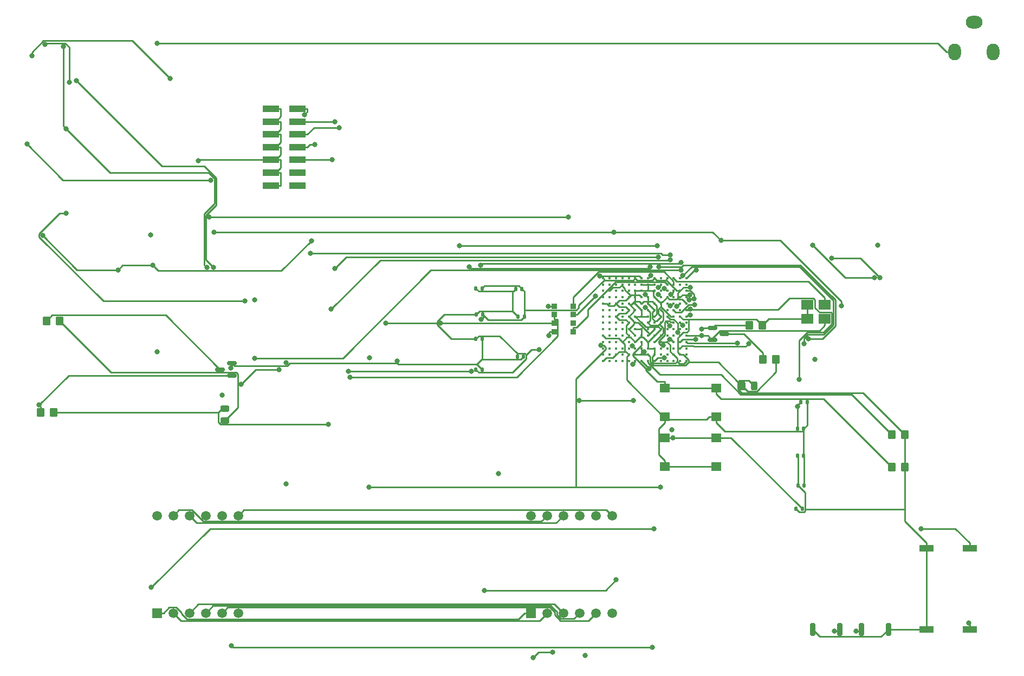
<source format=gbr>
%TF.GenerationSoftware,KiCad,Pcbnew,7.0.2*%
%TF.CreationDate,2023-07-10T01:25:34+02:00*%
%TF.ProjectId,FPGA_V2,46504741-5f56-4322-9e6b-696361645f70,rev?*%
%TF.SameCoordinates,Original*%
%TF.FileFunction,Copper,L1,Top*%
%TF.FilePolarity,Positive*%
%FSLAX46Y46*%
G04 Gerber Fmt 4.6, Leading zero omitted, Abs format (unit mm)*
G04 Created by KiCad (PCBNEW 7.0.2) date 2023-07-10 01:25:34*
%MOMM*%
%LPD*%
G01*
G04 APERTURE LIST*
G04 Aperture macros list*
%AMRoundRect*
0 Rectangle with rounded corners*
0 $1 Rounding radius*
0 $2 $3 $4 $5 $6 $7 $8 $9 X,Y pos of 4 corners*
0 Add a 4 corners polygon primitive as box body*
4,1,4,$2,$3,$4,$5,$6,$7,$8,$9,$2,$3,0*
0 Add four circle primitives for the rounded corners*
1,1,$1+$1,$2,$3*
1,1,$1+$1,$4,$5*
1,1,$1+$1,$6,$7*
1,1,$1+$1,$8,$9*
0 Add four rect primitives between the rounded corners*
20,1,$1+$1,$2,$3,$4,$5,0*
20,1,$1+$1,$4,$5,$6,$7,0*
20,1,$1+$1,$6,$7,$8,$9,0*
20,1,$1+$1,$8,$9,$2,$3,0*%
G04 Aperture macros list end*
%TA.AperFunction,SMDPad,CuDef*%
%ADD10RoundRect,0.140000X-0.140000X-0.170000X0.140000X-0.170000X0.140000X0.170000X-0.140000X0.170000X0*%
%TD*%
%TA.AperFunction,ComponentPad*%
%ADD11R,1.500000X1.500000*%
%TD*%
%TA.AperFunction,ComponentPad*%
%ADD12C,1.500000*%
%TD*%
%TA.AperFunction,SMDPad,CuDef*%
%ADD13R,0.900000X0.900000*%
%TD*%
%TA.AperFunction,SMDPad,CuDef*%
%ADD14RoundRect,0.250000X-0.350000X-0.450000X0.350000X-0.450000X0.350000X0.450000X-0.350000X0.450000X0*%
%TD*%
%TA.AperFunction,SMDPad,CuDef*%
%ADD15R,1.600000X1.400000*%
%TD*%
%TA.AperFunction,SMDPad,CuDef*%
%ADD16RoundRect,0.135000X-0.135000X-0.185000X0.135000X-0.185000X0.135000X0.185000X-0.135000X0.185000X0*%
%TD*%
%TA.AperFunction,SMDPad,CuDef*%
%ADD17RoundRect,0.200000X-0.200000X-0.800000X0.200000X-0.800000X0.200000X0.800000X-0.200000X0.800000X0*%
%TD*%
%TA.AperFunction,SMDPad,CuDef*%
%ADD18RoundRect,0.150000X0.587500X0.150000X-0.587500X0.150000X-0.587500X-0.150000X0.587500X-0.150000X0*%
%TD*%
%TA.AperFunction,ComponentPad*%
%ADD19O,2.000000X2.600000*%
%TD*%
%TA.AperFunction,ComponentPad*%
%ADD20O,2.600000X2.000000*%
%TD*%
%TA.AperFunction,SMDPad,CuDef*%
%ADD21R,2.160000X1.120000*%
%TD*%
%TA.AperFunction,SMDPad,CuDef*%
%ADD22RoundRect,0.200000X0.200000X0.800000X-0.200000X0.800000X-0.200000X-0.800000X0.200000X-0.800000X0*%
%TD*%
%TA.AperFunction,SMDPad,CuDef*%
%ADD23RoundRect,0.150000X-0.587500X-0.150000X0.587500X-0.150000X0.587500X0.150000X-0.587500X0.150000X0*%
%TD*%
%TA.AperFunction,SMDPad,CuDef*%
%ADD24C,0.400000*%
%TD*%
%TA.AperFunction,SMDPad,CuDef*%
%ADD25R,2.580000X1.000000*%
%TD*%
%TA.AperFunction,SMDPad,CuDef*%
%ADD26R,1.950000X1.650000*%
%TD*%
%TA.AperFunction,SMDPad,CuDef*%
%ADD27RoundRect,0.243750X-0.243750X-0.456250X0.243750X-0.456250X0.243750X0.456250X-0.243750X0.456250X0*%
%TD*%
%TA.AperFunction,SMDPad,CuDef*%
%ADD28RoundRect,0.243750X0.456250X-0.243750X0.456250X0.243750X-0.456250X0.243750X-0.456250X-0.243750X0*%
%TD*%
%TA.AperFunction,ViaPad*%
%ADD29C,0.800000*%
%TD*%
%TA.AperFunction,Conductor*%
%ADD30C,0.250000*%
%TD*%
G04 APERTURE END LIST*
D10*
%TO.P,C38,1*%
%TO.N,+3V3*%
X90480000Y-76200000D03*
%TO.P,C38,2*%
%TO.N,GND*%
X91440000Y-76200000D03*
%TD*%
D11*
%TO.P,U5,1,e*%
%TO.N,/IO/DE*%
X99060000Y-114300000D03*
D12*
%TO.P,U5,2,d*%
%TO.N,/IO/DD*%
X101600000Y-114300000D03*
%TO.P,U5,3,DPX*%
%TO.N,/IO/DP*%
X104140000Y-114300000D03*
%TO.P,U5,4,c*%
%TO.N,/IO/DC*%
X106680000Y-114300000D03*
%TO.P,U5,5,g*%
%TO.N,/IO/DG*%
X109220000Y-114300000D03*
%TO.P,U5,6,CA4*%
%TO.N,/IO/AN7*%
X111760000Y-114300000D03*
%TO.P,U5,7,b*%
%TO.N,/IO/DB*%
X111760000Y-99060000D03*
%TO.P,U5,8,CA3*%
%TO.N,/IO/AN6*%
X109220000Y-99060000D03*
%TO.P,U5,9,CA2*%
%TO.N,/IO/AN5*%
X106680000Y-99060000D03*
%TO.P,U5,10,f*%
%TO.N,/IO/DF*%
X104140000Y-99060000D03*
%TO.P,U5,11,a*%
%TO.N,/IO/DA*%
X101600000Y-99060000D03*
%TO.P,U5,12,CA1*%
%TO.N,/IO/AN4*%
X99060000Y-99060000D03*
%TD*%
D10*
%TO.P,C33,1*%
%TO.N,+1V8*%
X140743500Y-85477100D03*
%TO.P,C33,2*%
%TO.N,GND*%
X141703500Y-85477100D03*
%TD*%
D13*
%TO.P,RN2,1,R1.1*%
%TO.N,/IO/SPI_DQ2*%
X102690000Y-66290000D03*
%TO.P,RN2,2,R2.1*%
%TO.N,/IO/SPI_DQ3*%
X102690000Y-67630000D03*
%TO.P,RN2,3,R3.1*%
%TO.N,/IO/SPI_DQ0*%
X102690000Y-68950000D03*
%TO.P,RN2,4,R4.1*%
%TO.N,/IO/SPI_DQ1*%
X102690000Y-70290000D03*
%TO.P,RN2,5,R4.2*%
%TO.N,/IO/SPI_F_DQ1*%
X105690000Y-70290000D03*
%TO.P,RN2,6,R3.2*%
%TO.N,/IO/SPI_F_DQ0*%
X105690000Y-68950000D03*
%TO.P,RN2,7,R2.2*%
%TO.N,/IO/SPI_F_DQ3*%
X105690000Y-67630000D03*
%TO.P,RN2,8,R1.2*%
%TO.N,/IO/SPI_F_DQ2*%
X105690000Y-66290000D03*
%TD*%
D10*
%TO.P,C40,1*%
%TO.N,+3V3*%
X90574000Y-67601100D03*
%TO.P,C40,2*%
%TO.N,GND*%
X91534000Y-67601100D03*
%TD*%
%TO.P,C39,1*%
%TO.N,+3V3*%
X90480000Y-63500000D03*
%TO.P,C39,2*%
%TO.N,GND*%
X91440000Y-63500000D03*
%TD*%
D14*
%TO.P,R59,1*%
%TO.N,Net-(Q2-D)*%
X135360500Y-74627700D03*
%TO.P,R59,2*%
%TO.N,Net-(D5-K)*%
X137360500Y-74627700D03*
%TD*%
D15*
%TO.P,S2,1,1*%
%TO.N,GND*%
X128005000Y-83575000D03*
%TO.P,S2,2,2*%
X120005000Y-83575000D03*
%TO.P,S2,3,3*%
%TO.N,/Utilities/PROGRAM_B*%
X120005000Y-79075000D03*
%TO.P,S2,4,4*%
X128005000Y-79075000D03*
%TD*%
D10*
%TO.P,C37,1*%
%TO.N,+3V3*%
X140806600Y-94344500D03*
%TO.P,C37,2*%
%TO.N,GND*%
X141766600Y-94344500D03*
%TD*%
D14*
%TO.P,R9,1*%
%TO.N,Net-(Q1-D)*%
X23400000Y-68580000D03*
%TO.P,R9,2*%
%TO.N,Net-(D1-K)*%
X25400000Y-68580000D03*
%TD*%
D16*
%TO.P,R60,1*%
%TO.N,+3V3*%
X140483800Y-98019900D03*
%TO.P,R60,2*%
%TO.N,SYSRES*%
X141503800Y-98019900D03*
%TD*%
D10*
%TO.P,C44,1*%
%TO.N,+3V3*%
X96948500Y-74197100D03*
%TO.P,C44,2*%
%TO.N,GND*%
X97908500Y-74197100D03*
%TD*%
D17*
%TO.P,SW1,1,1*%
%TO.N,+3V3*%
X143120000Y-116840000D03*
%TO.P,SW1,2,2*%
%TO.N,/IO/PS1*%
X147320000Y-116840000D03*
%TD*%
D18*
%TO.P,Q1,1,G*%
%TO.N,/Power/PGOOD*%
X52357500Y-77150000D03*
%TO.P,Q1,2,S*%
%TO.N,GND*%
X52357500Y-75250000D03*
%TO.P,Q1,3,D*%
%TO.N,Net-(Q1-D)*%
X50482500Y-76200000D03*
%TD*%
D10*
%TO.P,C42,1*%
%TO.N,+3V3*%
X96712100Y-63608800D03*
%TO.P,C42,2*%
%TO.N,GND*%
X97672100Y-63608800D03*
%TD*%
D19*
%TO.P,J1,1*%
%TO.N,+12V*%
X165300000Y-26570000D03*
%TO.P,J1,2*%
%TO.N,GND*%
X171300000Y-26570000D03*
D20*
%TO.P,J1,3*%
%TO.N,unconnected-(J1-Pad3)*%
X168300000Y-21870000D03*
%TD*%
D14*
%TO.P,R58,1*%
%TO.N,/Utilities/FPGA_DONE*%
X133214600Y-69263100D03*
%TO.P,R58,2*%
%TO.N,+3V3*%
X135214600Y-69263100D03*
%TD*%
D21*
%TO.P,SW3,1*%
%TO.N,+3V3*%
X160910000Y-104140000D03*
%TO.P,SW3,2*%
%TO.N,/IO/SW1*%
X167640000Y-104140000D03*
%TD*%
D15*
%TO.P,S3,1,1*%
%TO.N,GND*%
X128005000Y-91375000D03*
%TO.P,S3,2,2*%
X120005000Y-91375000D03*
%TO.P,S3,3,3*%
%TO.N,SYSRES*%
X120005000Y-86875000D03*
%TO.P,S3,4,4*%
X128005000Y-86875000D03*
%TD*%
D14*
%TO.P,R16,1*%
%TO.N,/Utilities/INIT_B*%
X155480000Y-86360000D03*
%TO.P,R16,2*%
%TO.N,+3V3*%
X157480000Y-86360000D03*
%TD*%
D21*
%TO.P,SW4,1*%
%TO.N,+3V3*%
X160910000Y-116840000D03*
%TO.P,SW4,2*%
%TO.N,/IO/SW2*%
X167640000Y-116840000D03*
%TD*%
D14*
%TO.P,R17,1*%
%TO.N,/Utilities/PROGRAM_B*%
X155480000Y-91440000D03*
%TO.P,R17,2*%
%TO.N,+3V3*%
X157480000Y-91440000D03*
%TD*%
D11*
%TO.P,U4,1,e*%
%TO.N,/IO/DE*%
X40640000Y-114300000D03*
D12*
%TO.P,U4,2,d*%
%TO.N,/IO/DD*%
X43180000Y-114300000D03*
%TO.P,U4,3,DPX*%
%TO.N,/IO/DP*%
X45720000Y-114300000D03*
%TO.P,U4,4,c*%
%TO.N,/IO/DC*%
X48260000Y-114300000D03*
%TO.P,U4,5,g*%
%TO.N,/IO/DG*%
X50800000Y-114300000D03*
%TO.P,U4,6,CA4*%
%TO.N,/IO/AN3*%
X53340000Y-114300000D03*
%TO.P,U4,7,b*%
%TO.N,/IO/DB*%
X53340000Y-99060000D03*
%TO.P,U4,8,CA3*%
%TO.N,/IO/AN2*%
X50800000Y-99060000D03*
%TO.P,U4,9,CA2*%
%TO.N,/IO/AN1*%
X48260000Y-99060000D03*
%TO.P,U4,10,f*%
%TO.N,/IO/DF*%
X45720000Y-99060000D03*
%TO.P,U4,11,a*%
%TO.N,/IO/DA*%
X43180000Y-99060000D03*
%TO.P,U4,12,CA1*%
%TO.N,/IO/AN0*%
X40640000Y-99060000D03*
%TD*%
D22*
%TO.P,SW2,1,1*%
%TO.N,+3V3*%
X154940000Y-116840000D03*
%TO.P,SW2,2,2*%
%TO.N,/IO/PS2*%
X150740000Y-116840000D03*
%TD*%
D10*
%TO.P,C41,1*%
%TO.N,+3V3*%
X90480000Y-71440000D03*
%TO.P,C41,2*%
%TO.N,GND*%
X91440000Y-71440000D03*
%TD*%
%TO.P,C32,1*%
%TO.N,+1V8*%
X141280000Y-81280000D03*
%TO.P,C32,2*%
%TO.N,GND*%
X142240000Y-81280000D03*
%TD*%
D23*
%TO.P,Q2,1,G*%
%TO.N,/Utilities/FPGA_DONE*%
X127412500Y-69680000D03*
%TO.P,Q2,2,S*%
%TO.N,GND*%
X127412500Y-71580000D03*
%TO.P,Q2,3,D*%
%TO.N,Net-(Q2-D)*%
X129287500Y-70630000D03*
%TD*%
D10*
%TO.P,C43,1*%
%TO.N,+3V3*%
X97074700Y-67948900D03*
%TO.P,C43,2*%
%TO.N,GND*%
X98034700Y-67948900D03*
%TD*%
D24*
%TO.P,U2,A1,GND*%
%TO.N,GND*%
X110380000Y-61900000D03*
%TO.P,U2,A2,IO_L3N_T0_DQS_34*%
%TO.N,unconnected-(U2D-IO_L3N_T0_DQS_34-PadA2)*%
X111380000Y-61900000D03*
%TO.P,U2,A3,IO_L2N_T0_34*%
%TO.N,unconnected-(U2D-IO_L2N_T0_34-PadA3)*%
X112380000Y-61900000D03*
%TO.P,U2,A4,IO_L2P_T0_34*%
%TO.N,unconnected-(U2D-IO_L2P_T0_34-PadA4)*%
X113380000Y-61900000D03*
%TO.P,U2,A5,IO_L4N_T0_34*%
%TO.N,unconnected-(U2D-IO_L4N_T0_34-PadA5)*%
X114380000Y-61900000D03*
%TO.P,U2,A6,GND*%
%TO.N,GND*%
X115380000Y-61900000D03*
%TO.P,U2,A7,TCK_0*%
%TO.N,/Utilities/JTAG_TCK*%
X116380000Y-61900000D03*
%TO.P,U2,A8,CCLK_0*%
%TO.N,SPI_F_SCLK*%
X117380000Y-61900000D03*
%TO.P,U2,A9,GND*%
%TO.N,GND*%
X118380000Y-61900000D03*
%TO.P,U2,A10,IO_L3N_T0_DQS_EMCCLK_14*%
%TO.N,unconnected-(U2C-IO_L3N_T0_DQS_EMCCLK_14-PadA10)*%
X119380000Y-61900000D03*
%TO.P,U2,A11,GND*%
%TO.N,GND*%
X120380000Y-61900000D03*
%TO.P,U2,A12,IO_L4P_T0_D04_14*%
%TO.N,SYSCLK*%
X121380000Y-61900000D03*
%TO.P,U2,A13,IO_L4N_T0_D05_14*%
%TO.N,SYSRES*%
X122380000Y-61900000D03*
%TO.P,U2,A14,GND*%
%TO.N,GND*%
X123380000Y-61900000D03*
%TO.P,U2,B1,IO_L5N_T0_34*%
%TO.N,unconnected-(U2D-IO_L5N_T0_34-PadB1)*%
X110380000Y-62900000D03*
%TO.P,U2,B2,IO_L5P_T0_34*%
%TO.N,unconnected-(U2D-IO_L5P_T0_34-PadB2)*%
X111380000Y-62900000D03*
%TO.P,U2,B3,IO_L3P_T0_DQS_34*%
%TO.N,unconnected-(U2D-IO_L3P_T0_DQS_34-PadB3)*%
X112380000Y-62900000D03*
%TO.P,U2,B4,GND*%
%TO.N,GND*%
X113380000Y-62900000D03*
%TO.P,U2,B5,IO_L4P_T0_34*%
%TO.N,unconnected-(U2D-IO_L4P_T0_34-PadB5)*%
X114380000Y-62900000D03*
%TO.P,U2,B6,IO_0_34*%
%TO.N,unconnected-(U2D-IO_0_34-PadB6)*%
X115380000Y-62900000D03*
%TO.P,U2,B7,GND*%
%TO.N,GND*%
X116380000Y-62900000D03*
%TO.P,U2,B8,VCCBATT_0*%
X117380000Y-62900000D03*
%TO.P,U2,B9,GND*%
X118380000Y-62900000D03*
%TO.P,U2,B10,IO_L3P_T0_DQS_PUDC_B_14*%
%TO.N,/IO/SPI_SCLK*%
X119380000Y-62900000D03*
%TO.P,U2,B11,IO_L1P_T0_D00_MOSI_14*%
%TO.N,/IO/SPI_F_DQ1*%
X120380000Y-62900000D03*
%TO.P,U2,B12,IO_L1N_T0_D01_DIN_14*%
%TO.N,/IO/SPI_F_DQ2*%
X121380000Y-62900000D03*
%TO.P,U2,B13,IO_L5P_T0_D06_14*%
%TO.N,unconnected-(U2C-IO_L5P_T0_D06_14-PadB13)*%
X122380000Y-62900000D03*
%TO.P,U2,B14,IO_L5N_T0_D07_14*%
%TO.N,unconnected-(U2C-IO_L5N_T0_D07_14-PadB14)*%
X123380000Y-62900000D03*
%TO.P,U2,C1,IO_L11N_T1_SRCC_34*%
%TO.N,unconnected-(U2D-IO_L11N_T1_SRCC_34-PadC1)*%
X110380000Y-63900000D03*
%TO.P,U2,C2,GND*%
%TO.N,GND*%
X111380000Y-63900000D03*
%TO.P,U2,C3,IO_L1N_T0_34*%
%TO.N,unconnected-(U2D-IO_L1N_T0_34-PadC3)*%
X112380000Y-63900000D03*
%TO.P,U2,C4,IO_L6N_T0_VREF_34*%
%TO.N,unconnected-(U2D-IO_L6N_T0_VREF_34-PadC4)*%
X113380000Y-63900000D03*
%TO.P,U2,C5,IO_L6P_T0_34*%
%TO.N,unconnected-(U2D-IO_L6P_T0_34-PadC5)*%
X114380000Y-63900000D03*
%TO.P,U2,C6,GND*%
%TO.N,GND*%
X115380000Y-63900000D03*
%TO.P,U2,C7,GND*%
X116380000Y-63900000D03*
%TO.P,U2,C8,GND*%
X117380000Y-63900000D03*
%TO.P,U2,C9,GND*%
X118380000Y-63900000D03*
%TO.P,U2,C10,IO_L2N_T0_D03_14*%
%TO.N,/IO/SPI_CS*%
X119380000Y-63900000D03*
%TO.P,U2,C11,IO_L6P_T0_FCS_B_14*%
%TO.N,Net-(U2C-IO_L6P_T0_FCS_B_14)*%
X120380000Y-63900000D03*
%TO.P,U2,C12,IO_L6N_T0_D08_VREF_14*%
%TO.N,Net-(U2C-IO_L6N_T0_D08_VREF_14)*%
X121380000Y-63900000D03*
%TO.P,U2,C13,GND*%
%TO.N,GND*%
X122380000Y-63900000D03*
%TO.P,U2,C14,IO_L11N_T1_SRCC_14*%
%TO.N,Net-(U2C-IO_L11N_T1_SRCC_14)*%
X123380000Y-63900000D03*
%TO.P,U2,D1,IO_L11P_T1_SRCC_34*%
%TO.N,unconnected-(U2D-IO_L11P_T1_SRCC_34-PadD1)*%
X110380000Y-64900000D03*
%TO.P,U2,D2,IO_L10N_T1_34*%
%TO.N,unconnected-(U2D-IO_L10N_T1_34-PadD2)*%
X111380000Y-64900000D03*
%TO.P,U2,D3,IO_L1P_T0_34*%
%TO.N,unconnected-(U2D-IO_L1P_T0_34-PadD3)*%
X112380000Y-64900000D03*
%TO.P,U2,D4,IO_L7N_T1_34*%
%TO.N,unconnected-(U2D-IO_L7N_T1_34-PadD4)*%
X113380000Y-64900000D03*
%TO.P,U2,D5,GND*%
%TO.N,GND*%
X114380000Y-64900000D03*
%TO.P,U2,D6,VCCINT*%
%TO.N,+1V0*%
X115380000Y-64900000D03*
%TO.P,U2,D7,GND*%
%TO.N,GND*%
X116380000Y-64900000D03*
%TO.P,U2,D8,VCCINT*%
%TO.N,+1V0*%
X117380000Y-64900000D03*
%TO.P,U2,D9,GND*%
%TO.N,GND*%
X118380000Y-64900000D03*
%TO.P,U2,D10,IO_L2P_T0_D02_14*%
%TO.N,/IO/SPI_F_DQ3*%
X119380000Y-64900000D03*
%TO.P,U2,D11,GND*%
%TO.N,GND*%
X120380000Y-64900000D03*
%TO.P,U2,D12,IO_L8P_T1_D11_14*%
%TO.N,Net-(U2C-IO_L8P_T1_D11_14)*%
X121380000Y-64900000D03*
%TO.P,U2,D13,IO_L8N_T1_D12_14*%
%TO.N,Net-(U2C-IO_L8N_T1_D12_14)*%
X122380000Y-64900000D03*
%TO.P,U2,D14,IO_L11P_T1_SRCC_14*%
%TO.N,Net-(U2C-IO_L11P_T1_SRCC_14)*%
X123380000Y-64900000D03*
%TO.P,U2,E1,GND*%
%TO.N,GND*%
X110380000Y-65900000D03*
%TO.P,U2,E2,IO_L10P_T1_34*%
%TO.N,unconnected-(U2D-IO_L10P_T1_34-PadE2)*%
X111380000Y-65900000D03*
%TO.P,U2,E3,GND*%
%TO.N,GND*%
X112380000Y-65900000D03*
%TO.P,U2,E4,IO_L7P_T1_34*%
%TO.N,unconnected-(U2D-IO_L7P_T1_34-PadE4)*%
X113380000Y-65900000D03*
%TO.P,U2,E5,VCCBRAM*%
%TO.N,+1V0*%
X114380000Y-65900000D03*
%TO.P,U2,E6,GND*%
%TO.N,GND*%
X115380000Y-65900000D03*
%TO.P,U2,E7,VCCINT*%
%TO.N,+1V0*%
X116380000Y-65900000D03*
%TO.P,U2,E8,GND*%
%TO.N,GND*%
X117380000Y-65900000D03*
%TO.P,U2,E9,VCCINT*%
%TO.N,+1V0*%
X118380000Y-65900000D03*
%TO.P,U2,E10,GND*%
%TO.N,GND*%
X119380000Y-65900000D03*
%TO.P,U2,E11,IO_0_14*%
%TO.N,/IO/SPI_F_DQ0*%
X120380000Y-65900000D03*
%TO.P,U2,E12,IO_L7N_T1_D10_14*%
%TO.N,Net-(U2C-IO_L7N_T1_D10_14)*%
X121380000Y-65900000D03*
%TO.P,U2,E13,IO_L10N_T1_D15_14*%
%TO.N,Net-(U2C-IO_L10N_T1_D15_14)*%
X122380000Y-65900000D03*
%TO.P,U2,E14,GND*%
%TO.N,GND*%
X123380000Y-65900000D03*
%TO.P,U2,F1,IO_L9N_T1_DQS_34*%
%TO.N,unconnected-(U2D-IO_L9N_T1_DQS_34-PadF1)*%
X110380000Y-66900000D03*
%TO.P,U2,F2,IO_L8N_T1_34*%
%TO.N,unconnected-(U2D-IO_L8N_T1_34-PadF2)*%
X111380000Y-66900000D03*
%TO.P,U2,F3,IO_L8P_T1_34*%
%TO.N,unconnected-(U2D-IO_L8P_T1_34-PadF3)*%
X112380000Y-66900000D03*
%TO.P,U2,F4,IO_L12N_T1_MRCC_34*%
%TO.N,unconnected-(U2D-IO_L12N_T1_MRCC_34-PadF4)*%
X113380000Y-66900000D03*
%TO.P,U2,F5,GND*%
%TO.N,GND*%
X114380000Y-66900000D03*
%TO.P,U2,F6,VCCINT*%
%TO.N,+1V0*%
X115380000Y-66900000D03*
%TO.P,U2,F7,GNDADC_0*%
%TO.N,GND*%
X116380000Y-66900000D03*
%TO.P,U2,F8,VCCADC_0*%
%TO.N,+1V8*%
X117380000Y-66900000D03*
%TO.P,U2,F9,GND*%
%TO.N,GND*%
X118380000Y-66900000D03*
%TO.P,U2,F10,VCCAUX*%
%TO.N,+1V8*%
X119380000Y-66900000D03*
%TO.P,U2,F11,IO_L12N_T1_MRCC_14*%
%TO.N,Net-(U2C-IO_L12N_T1_MRCC_14)*%
X120380000Y-66900000D03*
%TO.P,U2,F12,IO_L7P_T1_D09_14*%
%TO.N,Net-(U2C-IO_L7P_T1_D09_14)*%
X121380000Y-66900000D03*
%TO.P,U2,F13,IO_L10P_T1_D14_14*%
%TO.N,unconnected-(U2C-IO_L10P_T1_D14_14-PadF13)*%
X122380000Y-66900000D03*
%TO.P,U2,F14,IO_L9N_T1_DQS_D13_14*%
%TO.N,Net-(U2C-IO_L9N_T1_DQS_D13_14)*%
X123380000Y-66900000D03*
%TO.P,U2,G1,IO_L9P_T1_DQS_34*%
%TO.N,unconnected-(U2D-IO_L9P_T1_DQS_34-PadG1)*%
X110380000Y-67900000D03*
%TO.P,U2,G2,VCCO_34*%
%TO.N,unconnected-(U2D-VCCO_34-PadG2)*%
X111380000Y-67900000D03*
%TO.P,U2,G3,GND*%
%TO.N,GND*%
X112380000Y-67900000D03*
%TO.P,U2,G4,IO_L12P_T1_MRCC_34*%
%TO.N,unconnected-(U2D-IO_L12P_T1_MRCC_34-PadG4)*%
X113380000Y-67900000D03*
%TO.P,U2,G5,VCCBRAM*%
%TO.N,+1V0*%
X114380000Y-67900000D03*
%TO.P,U2,G6,GND*%
%TO.N,GND*%
X115380000Y-67900000D03*
%TO.P,U2,G7,VREFN_0*%
X116380000Y-67900000D03*
%TO.P,U2,G8,VP_0*%
X117380000Y-67900000D03*
%TO.P,U2,G9,VCCINT*%
%TO.N,+1V0*%
X118380000Y-67900000D03*
%TO.P,U2,G10,GND*%
%TO.N,GND*%
X119380000Y-67900000D03*
%TO.P,U2,G11,IO_L12P_T1_MRCC_14*%
%TO.N,Net-(U2C-IO_L12P_T1_MRCC_14)*%
X120380000Y-67900000D03*
%TO.P,U2,G12,GND*%
%TO.N,GND*%
X121380000Y-67900000D03*
%TO.P,U2,G13,VCCO_14*%
%TO.N,+3V3*%
X122380000Y-67900000D03*
%TO.P,U2,G14,IO_L9P_T1_DQS_14*%
%TO.N,Net-(U2C-IO_L9P_T1_DQS_14)*%
X123380000Y-67900000D03*
%TO.P,U2,H1,IO_L14N_T2_SRCC_34*%
%TO.N,unconnected-(U2D-IO_L14N_T2_SRCC_34-PadH1)*%
X110380000Y-68900000D03*
%TO.P,U2,H2,IO_L14P_T2_SRCC_34*%
%TO.N,unconnected-(U2D-IO_L14P_T2_SRCC_34-PadH2)*%
X111380000Y-68900000D03*
%TO.P,U2,H3,IO_L13N_T2_MRCC_34*%
%TO.N,unconnected-(U2D-IO_L13N_T2_MRCC_34-PadH3)*%
X112380000Y-68900000D03*
%TO.P,U2,H4,IO_L13P_T2_MRCC_34*%
%TO.N,unconnected-(U2D-IO_L13P_T2_MRCC_34-PadH4)*%
X113380000Y-68900000D03*
%TO.P,U2,H5,GND*%
%TO.N,GND*%
X114380000Y-68900000D03*
%TO.P,U2,H6,VCCINT*%
%TO.N,+1V0*%
X115380000Y-68900000D03*
%TO.P,U2,H7,VN_0*%
%TO.N,GND*%
X116380000Y-68900000D03*
%TO.P,U2,H8,VREFP_0*%
%TO.N,+1V8*%
X117380000Y-68900000D03*
%TO.P,U2,H9,GND*%
%TO.N,GND*%
X118380000Y-68900000D03*
%TO.P,U2,H10,VCCAUX*%
%TO.N,+1V8*%
X119380000Y-68900000D03*
%TO.P,U2,H11,IO_L13P_T2_MRCC_14*%
%TO.N,Net-(U2C-IO_L13P_T2_MRCC_14)*%
X120380000Y-68900000D03*
%TO.P,U2,H12,IO_L13N_T2_MRCC_14*%
%TO.N,Net-(U2C-IO_L13N_T2_MRCC_14)*%
X121380000Y-68900000D03*
%TO.P,U2,H13,IO_L14P_T2_SRCC_14*%
%TO.N,Net-(U2C-IO_L14P_T2_SRCC_14)*%
X122380000Y-68900000D03*
%TO.P,U2,H14,IO_L14N_T2_SRCC_14*%
%TO.N,unconnected-(U2C-IO_L14N_T2_SRCC_14-PadH14)*%
X123380000Y-68900000D03*
%TO.P,U2,J1,IO_L15N_T2_DQS_34*%
%TO.N,unconnected-(U2D-IO_L15N_T2_DQS_34-PadJ1)*%
X110380000Y-69900000D03*
%TO.P,U2,J2,IO_L15P_T2_DQS_34*%
%TO.N,unconnected-(U2D-IO_L15P_T2_DQS_34-PadJ2)*%
X111380000Y-69900000D03*
%TO.P,U2,J3,IO_L17N_T2_34*%
%TO.N,unconnected-(U2D-IO_L17N_T2_34-PadJ3)*%
X112380000Y-69900000D03*
%TO.P,U2,J4,IO_L17P_T2_34*%
%TO.N,unconnected-(U2D-IO_L17P_T2_34-PadJ4)*%
X113380000Y-69900000D03*
%TO.P,U2,J5,VCCBRAM*%
%TO.N,+1V0*%
X114380000Y-69900000D03*
%TO.P,U2,J6,GND*%
%TO.N,GND*%
X115380000Y-69900000D03*
%TO.P,U2,J7,DXN_0*%
X116380000Y-69900000D03*
%TO.P,U2,J8,DXP_0*%
X117380000Y-69900000D03*
%TO.P,U2,J9,VCCINT*%
%TO.N,+1V0*%
X118380000Y-69900000D03*
%TO.P,U2,J10,GND*%
%TO.N,GND*%
X119380000Y-69900000D03*
%TO.P,U2,J11,IO_L17P_T2_D30_14*%
%TO.N,unconnected-(U2C-IO_L17P_T2_D30_14-PadJ11)*%
X120380000Y-69900000D03*
%TO.P,U2,J12,IO_L17N_T2_D29_14*%
%TO.N,unconnected-(U2C-IO_L17N_T2_D29_14-PadJ12)*%
X121380000Y-69900000D03*
%TO.P,U2,J13,IO_L18P_T2_D28_14*%
%TO.N,unconnected-(U2C-IO_L18P_T2_D28_14-PadJ13)*%
X122380000Y-69900000D03*
%TO.P,U2,J14,IO_L18N_T2_D27_14*%
%TO.N,unconnected-(U2C-IO_L18N_T2_D27_14-PadJ14)*%
X123380000Y-69900000D03*
%TO.P,U2,K1,GND*%
%TO.N,GND*%
X110380000Y-70900000D03*
%TO.P,U2,K2,VCCO_34*%
%TO.N,unconnected-(U2D-VCCO_34-PadK2)*%
X111380000Y-70900000D03*
%TO.P,U2,K3,IO_L16N_T2_34*%
%TO.N,unconnected-(U2D-IO_L16N_T2_34-PadK3)*%
X112380000Y-70900000D03*
%TO.P,U2,K4,IO_L16P_T2_34*%
%TO.N,unconnected-(U2D-IO_L16P_T2_34-PadK4)*%
X113380000Y-70900000D03*
%TO.P,U2,K5,GND*%
%TO.N,GND*%
X114380000Y-70900000D03*
%TO.P,U2,K6,VCCINT*%
%TO.N,+1V0*%
X115380000Y-70900000D03*
%TO.P,U2,K7,GND*%
%TO.N,GND*%
X116380000Y-70900000D03*
%TO.P,U2,K8,VCCINT*%
%TO.N,+1V0*%
X117380000Y-70900000D03*
%TO.P,U2,K9,GND*%
%TO.N,GND*%
X118380000Y-70900000D03*
%TO.P,U2,K10,VCCAUX*%
%TO.N,+1V8*%
X119380000Y-70900000D03*
%TO.P,U2,K11,IO_L19P_T3_D26_14*%
%TO.N,unconnected-(U2C-IO_L19P_T3_D26_14-PadK11)*%
X120380000Y-70900000D03*
%TO.P,U2,K12,IO_L19N_T3_D25_VREF_14*%
%TO.N,unconnected-(U2C-IO_L19N_T3_D25_VREF_14-PadK12)*%
X121380000Y-70900000D03*
%TO.P,U2,K13,VCCO_14*%
%TO.N,+3V3*%
X122380000Y-70900000D03*
%TO.P,U2,K14,GND*%
%TO.N,GND*%
X123380000Y-70900000D03*
%TO.P,U2,L1,IO_L18N_T2_34*%
%TO.N,unconnected-(U2D-IO_L18N_T2_34-PadL1)*%
X110380000Y-71900000D03*
%TO.P,U2,L2,IO_L22N_T3_34*%
%TO.N,unconnected-(U2D-IO_L22N_T3_34-PadL2)*%
X111380000Y-71900000D03*
%TO.P,U2,L3,IO_L22P_T3_34*%
%TO.N,unconnected-(U2D-IO_L22P_T3_34-PadL3)*%
X112380000Y-71900000D03*
%TO.P,U2,L4,GND*%
%TO.N,GND*%
X113380000Y-71900000D03*
%TO.P,U2,L5,IO_25_34*%
%TO.N,unconnected-(U2D-IO_25_34-PadL5)*%
X114380000Y-71900000D03*
%TO.P,U2,L6,GND*%
%TO.N,GND*%
X115380000Y-71900000D03*
%TO.P,U2,L7,PROGRAM_B_0*%
%TO.N,/Utilities/PROGRAM_B*%
X116380000Y-71900000D03*
%TO.P,U2,L8,GND*%
%TO.N,GND*%
X117380000Y-71900000D03*
%TO.P,U2,L9,VCCAUX*%
%TO.N,+1V8*%
X118380000Y-71900000D03*
%TO.P,U2,L10,GND*%
%TO.N,GND*%
X119380000Y-71900000D03*
%TO.P,U2,L11,GND*%
X120380000Y-71900000D03*
%TO.P,U2,L12,IO_L16P_T2_CSI_B_14*%
%TO.N,Net-(U2C-IO_L16P_T2_CSI_B_14)*%
X121380000Y-71900000D03*
%TO.P,U2,L13,IO_L16N_T2_D31_14*%
%TO.N,Net-(U2C-IO_L16N_T2_D31_14)*%
X122380000Y-71900000D03*
%TO.P,U2,L14,IO_L15N_T2_DQS_DOUT_CSO_B_14*%
%TO.N,Net-(U2C-IO_L15N_T2_DQS_DOUT_CSO_B_14)*%
X123380000Y-71900000D03*
%TO.P,U2,M1,IO_L18P_T2_34*%
%TO.N,unconnected-(U2D-IO_L18P_T2_34-PadM1)*%
X110380000Y-72900000D03*
%TO.P,U2,M2,IO_L19N_T3_VREF_34*%
%TO.N,unconnected-(U2D-IO_L19N_T3_VREF_34-PadM2)*%
X111380000Y-72900000D03*
%TO.P,U2,M3,IO_L19P_T3_34*%
%TO.N,unconnected-(U2D-IO_L19P_T3_34-PadM3)*%
X112380000Y-72900000D03*
%TO.P,U2,M4,IO_L23N_T3_34*%
%TO.N,unconnected-(U2D-IO_L23N_T3_34-PadM4)*%
X113380000Y-72900000D03*
%TO.P,U2,M5,IO_L23P_T3_34*%
%TO.N,unconnected-(U2D-IO_L23P_T3_34-PadM5)*%
X114380000Y-72900000D03*
%TO.P,U2,M6,TMS_0*%
%TO.N,/Utilities/JTAG_TMS*%
X115380000Y-72900000D03*
%TO.P,U2,M7,M0_0*%
%TO.N,+3V3*%
X116380000Y-72900000D03*
%TO.P,U2,M8,M1_0*%
%TO.N,GND*%
X117380000Y-72900000D03*
%TO.P,U2,M9,M2_0*%
X118380000Y-72900000D03*
%TO.P,U2,M10,IO_25_14*%
%TO.N,unconnected-(U2C-IO_25_14-PadM10)*%
X119380000Y-72900000D03*
%TO.P,U2,M11,IO_L20P_T3_D24_14*%
%TO.N,unconnected-(U2C-IO_L20P_T3_D24_14-PadM11)*%
X120380000Y-72900000D03*
%TO.P,U2,M12,IO_L20N_T3_D23_14*%
%TO.N,unconnected-(U2C-IO_L20N_T3_D23_14-PadM12)*%
X121380000Y-72900000D03*
%TO.P,U2,M13,IO_L15P_T2_DQS_RDWR_B_14*%
%TO.N,Net-(U2C-IO_L15P_T2_DQS_RDWR_B_14)*%
X122380000Y-72900000D03*
%TO.P,U2,M14,IO_L21N_T3_DQS_D22_14*%
%TO.N,unconnected-(U2C-IO_L21N_T3_DQS_D22_14-PadM14)*%
X123380000Y-72900000D03*
%TO.P,U2,N1,IO_L20N_T3_34*%
%TO.N,unconnected-(U2D-IO_L20N_T3_34-PadN1)*%
X110380000Y-73900000D03*
%TO.P,U2,N2,VCCO_34*%
%TO.N,unconnected-(U2D-VCCO_34-PadN2)*%
X111380000Y-73900000D03*
%TO.P,U2,N3,GND*%
%TO.N,GND*%
X112380000Y-73900000D03*
%TO.P,U2,N4,IO_L24N_T3_34*%
%TO.N,unconnected-(U2D-IO_L24N_T3_34-PadN4)*%
X113380000Y-73900000D03*
%TO.P,U2,N5,GND*%
%TO.N,GND*%
X114380000Y-73900000D03*
%TO.P,U2,N6,VCCO_0*%
%TO.N,+3V3*%
X115380000Y-73900000D03*
%TO.P,U2,N7,CFGBVS_0*%
X116380000Y-73900000D03*
%TO.P,U2,N8,VCCO_0*%
X117380000Y-73900000D03*
%TO.P,U2,N9,GND*%
%TO.N,GND*%
X118380000Y-73900000D03*
%TO.P,U2,N10,IO_L23P_T3_D19_14*%
%TO.N,unconnected-(U2C-IO_L23P_T3_D19_14-PadN10)*%
X119380000Y-73900000D03*
%TO.P,U2,N11,IO_L23N_T3_D18_14*%
%TO.N,unconnected-(U2C-IO_L23N_T3_D18_14-PadN11)*%
X120380000Y-73900000D03*
%TO.P,U2,N12,GND*%
%TO.N,GND*%
X121380000Y-73900000D03*
%TO.P,U2,N13,VCCO_14*%
%TO.N,+3V3*%
X122380000Y-73900000D03*
%TO.P,U2,N14,IO_L21P_T3_DQS_14*%
%TO.N,unconnected-(U2C-IO_L21P_T3_DQS_14-PadN14)*%
X123380000Y-73900000D03*
%TO.P,U2,P1,GND*%
%TO.N,GND*%
X110380000Y-74900000D03*
%TO.P,U2,P2,IO_L20P_T3_34*%
%TO.N,unconnected-(U2D-IO_L20P_T3_34-PadP2)*%
X111380000Y-74900000D03*
%TO.P,U2,P3,IO_L21N_T3_DQS_34*%
%TO.N,unconnected-(U2D-IO_L21N_T3_DQS_34-PadP3)*%
X112380000Y-74900000D03*
%TO.P,U2,P4,IO_L21P_T3_DQS_34*%
%TO.N,unconnected-(U2D-IO_L21P_T3_DQS_34-PadP4)*%
X113380000Y-74900000D03*
%TO.P,U2,P5,IO_L24P_T3_34*%
%TO.N,unconnected-(U2D-IO_L24P_T3_34-PadP5)*%
X114380000Y-74900000D03*
%TO.P,U2,P6,TDO_0*%
%TO.N,/Utilities/JTAG_TDO*%
X115380000Y-74900000D03*
%TO.P,U2,P7,TDI_0*%
%TO.N,/Utilities/JTAG_TDI*%
X116380000Y-74900000D03*
%TO.P,U2,P8,INIT_B_0*%
%TO.N,/Utilities/INIT_B*%
X117380000Y-74900000D03*
%TO.P,U2,P9,DONE_0*%
%TO.N,/Utilities/FPGA_DONE*%
X118380000Y-74900000D03*
%TO.P,U2,P10,IO_L24P_T3_D17_14*%
%TO.N,unconnected-(U2C-IO_L24P_T3_D17_14-PadP10)*%
X119380000Y-74900000D03*
%TO.P,U2,P11,IO_L24N_T3_D16_14*%
%TO.N,unconnected-(U2C-IO_L24N_T3_D16_14-PadP11)*%
X120380000Y-74900000D03*
%TO.P,U2,P12,IO_L22P_T3_D21_14*%
%TO.N,unconnected-(U2C-IO_L22P_T3_D21_14-PadP12)*%
X121380000Y-74900000D03*
%TO.P,U2,P13,IO_L22N_T3_D20_14*%
%TO.N,unconnected-(U2C-IO_L22N_T3_D20_14-PadP13)*%
X122380000Y-74900000D03*
%TO.P,U2,P14,GND*%
%TO.N,GND*%
X123380000Y-74900000D03*
%TD*%
D25*
%TO.P,J2,1,GND*%
%TO.N,GND*%
X58445000Y-35420000D03*
%TO.P,J2,2,VREF*%
%TO.N,+3V3*%
X62615000Y-35420000D03*
%TO.P,J2,3,GND*%
%TO.N,GND*%
X58445000Y-37420000D03*
%TO.P,J2,4,TMS*%
%TO.N,/Utilities/JTAG_TMS*%
X62615000Y-37420000D03*
%TO.P,J2,5,GND*%
%TO.N,GND*%
X58445000Y-39420000D03*
%TO.P,J2,6,TCK*%
%TO.N,/Utilities/JTAG_TCK*%
X62615000Y-39420000D03*
%TO.P,J2,7,GND*%
%TO.N,GND*%
X58445000Y-41420000D03*
%TO.P,J2,8,TDO*%
%TO.N,/Utilities/JTAG_TDO*%
X62615000Y-41420000D03*
%TO.P,J2,9,GND*%
%TO.N,GND*%
X58445000Y-43420000D03*
%TO.P,J2,10,TDI*%
%TO.N,/Utilities/JTAG_TDI*%
X62615000Y-43420000D03*
%TO.P,J2,11,GND*%
%TO.N,GND*%
X58445000Y-45420000D03*
%TO.P,J2,12,N/C*%
%TO.N,unconnected-(J2-N{slash}C-Pad12)*%
X62615000Y-45420000D03*
%TO.P,J2,13,GND*%
%TO.N,GND*%
X58445000Y-47420000D03*
%TO.P,J2,14,~{SRST}*%
%TO.N,unconnected-(J2-~{SRST}-Pad14)*%
X62615000Y-47420000D03*
%TD*%
D14*
%TO.P,R8,1*%
%TO.N,/Power/PGOOD*%
X22480000Y-82890000D03*
%TO.P,R8,2*%
%TO.N,+3V3*%
X24480000Y-82890000D03*
%TD*%
D26*
%TO.P,X1,1,OE*%
%TO.N,+3V3*%
X142240000Y-68240000D03*
%TO.P,X1,2,GND*%
%TO.N,GND*%
X144990000Y-68240000D03*
%TO.P,X1,3,OUT*%
%TO.N,SYSCLK*%
X144990000Y-66040000D03*
%TO.P,X1,4,VCC*%
%TO.N,+3V3*%
X142240000Y-66040000D03*
%TD*%
D27*
%TO.P,D5,1,K*%
%TO.N,Net-(D5-K)*%
X132102500Y-78740000D03*
%TO.P,D5,2,A*%
%TO.N,+3V3*%
X133977500Y-78740000D03*
%TD*%
D28*
%TO.P,D1,1,K*%
%TO.N,Net-(D1-K)*%
X51220000Y-84162500D03*
%TO.P,D1,2,A*%
%TO.N,+3V3*%
X51220000Y-82287500D03*
%TD*%
D10*
%TO.P,C34,1*%
%TO.N,+3V3*%
X140712000Y-89737200D03*
%TO.P,C34,2*%
%TO.N,GND*%
X141672000Y-89737200D03*
%TD*%
D29*
%TO.N,+1V8*%
X112075000Y-54722900D03*
X140744000Y-82009700D03*
X49553900Y-54722900D03*
X20320000Y-40925500D03*
X49070000Y-46577600D03*
X116958000Y-66455400D03*
X147626000Y-66269000D03*
X128760000Y-56005500D03*
%TO.N,GND*%
X39660600Y-55118500D03*
X47070000Y-43582600D03*
X91289400Y-68335700D03*
X124938000Y-60661400D03*
X125742000Y-70900000D03*
X123952000Y-63351100D03*
X78168700Y-74882700D03*
X52141000Y-75978000D03*
%TO.N,+1V0*%
X104949000Y-52338000D03*
X48829300Y-52338000D03*
X116952000Y-64470100D03*
%TO.N,+12V*%
X40640000Y-25185900D03*
%TO.N,/Power/SW1*%
X48411000Y-60243600D03*
X26022300Y-25702500D03*
X26445900Y-38556800D03*
%TO.N,Net-(U1-VBST1)*%
X49490000Y-60228100D03*
X28008700Y-31006700D03*
%TO.N,/Power/SW2*%
X54374800Y-65494800D03*
X26422500Y-51753500D03*
%TO.N,Net-(U1-VBST2)*%
X21078800Y-27131100D03*
X55880000Y-65311100D03*
X42723400Y-30696900D03*
%TO.N,+3V3*%
X22763800Y-55238600D03*
X76423900Y-68911400D03*
X63719300Y-36324500D03*
X64762500Y-56062300D03*
X67441700Y-84778500D03*
X34540600Y-60622500D03*
X116741000Y-73400000D03*
X40012200Y-59919100D03*
X100343000Y-73123800D03*
%TO.N,/Utilities/JTAG_TMS*%
X68434300Y-37420000D03*
X114951000Y-72470700D03*
%TO.N,/Utilities/JTAG_TCK*%
X69080000Y-38400000D03*
X109852000Y-61547300D03*
%TO.N,/Utilities/JTAG_TDO*%
X114985000Y-75370800D03*
X65326200Y-41025400D03*
%TO.N,/Utilities/JTAG_TDI*%
X106653000Y-81080300D03*
X115126000Y-81080300D03*
X117528000Y-76092600D03*
X68010000Y-43420000D03*
%TO.N,/Power/PGOOD*%
X26916000Y-31236500D03*
X22220300Y-81778500D03*
X23130800Y-25323100D03*
%TO.N,/Utilities/FPGA_DONE*%
X119873000Y-74392600D03*
X125738000Y-69863100D03*
%TO.N,/IO/SPI_DQ3*%
X70796100Y-77410400D03*
%TO.N,/IO/SPI_DQ2*%
X101833000Y-66328000D03*
X73873100Y-74330900D03*
%TO.N,/IO/SPI_SCLK*%
X118958000Y-63385200D03*
X73734100Y-94621600D03*
X119310000Y-94621600D03*
X110007000Y-72421200D03*
X121129000Y-85608600D03*
X143438000Y-74601400D03*
%TO.N,SPI_F_SCLK*%
X119100000Y-60144200D03*
X142466000Y-71411700D03*
X117818000Y-61461900D03*
%TO.N,Net-(U2C-IO_L14P_T2_SRCC_14)*%
X122805000Y-69327400D03*
X102462000Y-120430000D03*
X99443100Y-121235000D03*
X87878700Y-56862100D03*
X118825000Y-56862100D03*
%TO.N,SYSRES*%
X121228000Y-86875000D03*
X141747000Y-72150300D03*
X122828000Y-61492700D03*
%TO.N,Net-(U2C-IO_L13N_T2_MRCC_14)*%
X119782000Y-72449300D03*
X93980000Y-92482700D03*
%TO.N,Net-(U2C-IO_L13P_T2_MRCC_14)*%
X120791000Y-69370700D03*
%TO.N,Net-(U2C-IO_L12P_T1_MRCC_14)*%
X118268000Y-101109000D03*
X122007000Y-70393300D03*
X39763100Y-110287000D03*
%TO.N,Net-(U2C-IO_L11N_T1_SRCC_14)*%
X124609000Y-65127100D03*
X120844000Y-59064100D03*
X67871300Y-66766100D03*
X59745700Y-76202400D03*
X53792900Y-78498500D03*
%TO.N,Net-(U2C-IO_L11P_T1_SRCC_14)*%
X64658900Y-58031800D03*
X123806000Y-65326500D03*
X120823000Y-58254700D03*
X50800000Y-80173600D03*
%TO.N,Net-(U2C-IO_L10N_T1_D15_14)*%
X68413800Y-60415500D03*
X60792700Y-75121600D03*
X121860000Y-66287700D03*
X119001000Y-58587400D03*
%TO.N,Net-(U2C-IO_L9N_T1_DQS_D13_14)*%
X118067000Y-119677000D03*
X141021000Y-77770900D03*
X124014000Y-66721200D03*
X52227800Y-119380000D03*
%TO.N,Net-(U2C-IO_L9P_T1_DQS_14)*%
X123985000Y-67659300D03*
X60792700Y-94076100D03*
%TO.N,Net-(U2C-IO_L8N_T1_D12_14)*%
X122564000Y-60671100D03*
X55880000Y-74427400D03*
X123862000Y-64523700D03*
%TO.N,Net-(U2C-IO_L7N_T1_D10_14)*%
X89427400Y-60140900D03*
X91837400Y-110759000D03*
X117716000Y-60142700D03*
X120863000Y-66273400D03*
X112391000Y-109097000D03*
%TO.N,Net-(U2C-IO_L7P_T1_D09_14)*%
X122564000Y-59431000D03*
X124671000Y-66041300D03*
X107545000Y-120900000D03*
X91232400Y-59851300D03*
%TO.N,Net-(U2C-IO_L6N_T0_D08_VREF_14)*%
X120904000Y-64499400D03*
X40640000Y-73422600D03*
%TO.N,Net-(U2C-IO_L6P_T0_FCS_B_14)*%
X119931000Y-63493900D03*
%TO.N,/IO/PS1*%
X143105000Y-56744700D03*
X152784000Y-61823600D03*
X146500000Y-117104000D03*
%TO.N,Net-(U2C-IO_L15P_T2_DQS_RDWR_B_14)*%
X133092000Y-72136400D03*
%TO.N,/IO/PS2*%
X149892000Y-117104000D03*
X153602000Y-61848800D03*
X146045000Y-58773400D03*
%TO.N,Net-(U2C-IO_L15N_T2_DQS_DOUT_CSO_B_14)*%
X131380000Y-72070900D03*
%TO.N,/IO/SW1*%
X160038000Y-101109000D03*
%TO.N,Net-(U2C-IO_L16P_T2_CSI_B_14)*%
X120798000Y-71453700D03*
%TO.N,/IO/SW2*%
X167534000Y-115870000D03*
X153264000Y-56744200D03*
%TO.N,Net-(U2C-IO_L16N_T2_D31_14)*%
X124829000Y-71508600D03*
%TO.N,/IO/SPI_DQ0*%
X84928200Y-68950000D03*
%TO.N,/IO/SPI_DQ1*%
X89793700Y-76464300D03*
X101837000Y-70864700D03*
X70544000Y-76464300D03*
%TO.N,/IO/SPI_F_DQ3*%
X109119000Y-64741900D03*
X118952000Y-64472500D03*
%TD*%
D30*
%TO.N,+1V8*%
X119741000Y-68539200D02*
X119380000Y-68900000D01*
X141280000Y-81280000D02*
X140744000Y-81816500D01*
X119150000Y-69130000D02*
X119707000Y-69686900D01*
X140744000Y-82877000D02*
X140744000Y-83743400D01*
X119707000Y-69686900D02*
X119707000Y-70573100D01*
X119150000Y-69130000D02*
X119022000Y-69257800D01*
X140744000Y-84610200D02*
X140743500Y-84610700D01*
X140744000Y-84610200D02*
X140744000Y-85477100D01*
X119707000Y-70573100D02*
X119380000Y-70900000D01*
X117380000Y-66900000D02*
X117730000Y-67250000D01*
X147626000Y-65580200D02*
X138051000Y-56005500D01*
X119022000Y-69257800D02*
X117738000Y-69257800D01*
X128760000Y-56005500D02*
X127477000Y-54722900D01*
X117380000Y-66877000D02*
X116958000Y-66455400D01*
X140744000Y-81816500D02*
X140744000Y-82009700D01*
X147626000Y-66269000D02*
X147626000Y-65580200D01*
X25972100Y-46577600D02*
X49070000Y-46577600D01*
X119380000Y-66900000D02*
X119741000Y-67260800D01*
X112075000Y-54722900D02*
X49553900Y-54722900D01*
X119380000Y-68900000D02*
X119150000Y-69130000D01*
X140744000Y-82009700D02*
X140744000Y-82876500D01*
X117380000Y-66900000D02*
X117380000Y-66877000D01*
X119741000Y-67260800D02*
X119741000Y-68539200D01*
X20320000Y-40925500D02*
X25972100Y-46577600D01*
X127477000Y-54722900D02*
X112075000Y-54722900D01*
X140744000Y-82877000D02*
X140744000Y-83743400D01*
X119380000Y-70900000D02*
X118380000Y-71900000D01*
X140743500Y-84610700D02*
X140743500Y-85477100D01*
X117730000Y-67250000D02*
X117730000Y-68550000D01*
X117730000Y-68550000D02*
X117380000Y-68900000D01*
X117738000Y-69257800D02*
X117380000Y-68900000D01*
X140744000Y-82876500D02*
X140744000Y-82877000D01*
X140744000Y-83743400D02*
X140744000Y-84610200D01*
X138051000Y-56005500D02*
X128760000Y-56005500D01*
X140744000Y-82876500D02*
X140744000Y-82877000D01*
%TO.N,GND*%
X113380000Y-71900000D02*
X114110000Y-71169900D01*
X114053000Y-64033200D02*
X113772000Y-63751800D01*
X91523000Y-74657000D02*
X91440000Y-74574000D01*
X141704000Y-85477100D02*
X142240000Y-84940600D01*
X110380000Y-70900000D02*
X110793000Y-71312600D01*
X141672000Y-85916400D02*
X141672000Y-85508600D01*
X119078000Y-89498100D02*
X119078000Y-85451900D01*
X123380000Y-74900000D02*
X122983000Y-75297000D01*
X117380000Y-63900000D02*
X117380000Y-62900000D01*
X122005000Y-64275000D02*
X122380000Y-63900000D01*
X52357500Y-75761500D02*
X52141000Y-75978000D01*
X121842000Y-65231900D02*
X120712000Y-65231900D01*
X78168700Y-75250000D02*
X78168700Y-74882700D01*
X120380000Y-61900000D02*
X120237000Y-62042700D01*
X110380000Y-74900000D02*
X110880000Y-74400000D01*
X120880000Y-72400000D02*
X120380000Y-71900000D01*
X59215000Y-39420000D02*
X59985000Y-39420000D01*
X121932000Y-74943900D02*
X121932000Y-74451700D01*
X112793000Y-71312600D02*
X113380000Y-71900000D01*
X97537300Y-68446300D02*
X92379200Y-68446300D01*
X141704000Y-85477200D02*
X141704000Y-85477100D01*
X118380000Y-68579200D02*
X118018000Y-68216700D01*
X116031000Y-64550700D02*
X115380000Y-64550700D01*
X122185000Y-65248500D02*
X122005000Y-65068800D01*
X118380000Y-64900000D02*
X118213000Y-64732900D01*
X117380000Y-67900000D02*
X116380000Y-67900000D01*
X52357500Y-75250000D02*
X52357500Y-75761500D01*
X123952000Y-63351100D02*
X122929000Y-63351100D01*
X117380000Y-69526500D02*
X117380000Y-69900000D01*
X59985000Y-35420000D02*
X58445000Y-35420000D01*
X118263000Y-75252900D02*
X118050000Y-75040100D01*
X121380000Y-73900000D02*
X120880000Y-73400000D01*
X97448600Y-74657000D02*
X91523000Y-74657000D01*
X119015000Y-67534900D02*
X119015000Y-66788300D01*
X118380000Y-68579200D02*
X118701000Y-68579200D01*
X127285000Y-71452500D02*
X126732000Y-70900000D01*
X114650000Y-64630100D02*
X114649000Y-64631100D01*
X106200000Y-66891700D02*
X98034700Y-66891700D01*
X116650000Y-71169900D02*
X117380000Y-71900000D01*
X112880000Y-65400000D02*
X113880000Y-65400000D01*
X114650000Y-71169900D02*
X115380000Y-71900000D01*
X91440000Y-74574000D02*
X91440000Y-71440000D01*
X117006000Y-69526500D02*
X117380000Y-69526500D01*
X118018000Y-68216700D02*
X118018000Y-67262500D01*
X117380000Y-69526500D02*
X119006000Y-69526500D01*
X144198000Y-70107500D02*
X128630000Y-70107500D01*
X52756000Y-75648500D02*
X61011000Y-75648500D01*
X59215000Y-39420000D02*
X59985000Y-38650000D01*
X59215000Y-45420000D02*
X59985000Y-44650000D01*
X91289400Y-68335700D02*
X91779000Y-67846100D01*
X91807500Y-63132500D02*
X97195800Y-63132500D01*
X97908500Y-74197100D02*
X97448600Y-74657000D01*
X91440000Y-74574000D02*
X90627000Y-75387000D01*
X106554000Y-66538300D02*
X106200000Y-66891700D01*
X112880000Y-73400000D02*
X113755000Y-73400000D01*
X110380000Y-65900000D02*
X110918000Y-65900000D01*
X116380000Y-69900000D02*
X115380000Y-69900000D01*
X59985000Y-36650000D02*
X59985000Y-35420000D01*
X106554000Y-66161600D02*
X106554000Y-66538300D01*
X114380000Y-68900000D02*
X114018000Y-69262300D01*
X116110000Y-71169900D02*
X116380000Y-71169900D01*
X122005000Y-65068800D02*
X121842000Y-65231900D01*
X113897000Y-68417000D02*
X112897000Y-68417000D01*
X113755000Y-73400000D02*
X113755000Y-72275000D01*
X47232600Y-43420000D02*
X47070000Y-43582600D01*
X114018000Y-70537700D02*
X114380000Y-70900000D01*
X141672000Y-85916400D02*
X129396000Y-85916400D01*
X142240000Y-84940600D02*
X142240000Y-81280000D01*
X111245000Y-66226900D02*
X112053000Y-66226900D01*
X97195800Y-63132500D02*
X97672100Y-63608800D01*
X118380000Y-62900000D02*
X117380000Y-62900000D01*
X111880000Y-63400000D02*
X112880000Y-63400000D01*
X141767000Y-89831800D02*
X141672000Y-89737200D01*
X113755000Y-72275000D02*
X113380000Y-71900000D01*
X119380000Y-65673300D02*
X119153000Y-65673300D01*
X128005000Y-84525000D02*
X128005000Y-83575000D01*
X124619000Y-60661400D02*
X124938000Y-60661400D01*
X112897000Y-66417000D02*
X112380000Y-65900000D01*
X113755000Y-73400000D02*
X113880000Y-73400000D01*
X119380000Y-67900000D02*
X119015000Y-67534900D01*
X110880000Y-74400000D02*
X111880000Y-74400000D01*
X126480000Y-84050000D02*
X126955000Y-83575000D01*
X113380000Y-63182900D02*
X113380000Y-62900000D01*
X120237000Y-62042700D02*
X120237000Y-62249400D01*
X58445000Y-37420000D02*
X59215000Y-37420000D01*
X141672000Y-89737200D02*
X141672000Y-85916400D01*
X113880000Y-67400000D02*
X114380000Y-66900000D01*
X112880000Y-63400000D02*
X113380000Y-62900000D01*
X59985000Y-43420000D02*
X59215000Y-43420000D01*
X58445000Y-41420000D02*
X59215000Y-41420000D01*
X117380000Y-71900000D02*
X118380000Y-70900000D01*
X118213000Y-64067100D02*
X118380000Y-63900000D01*
X117380000Y-62900000D02*
X116380000Y-62900000D01*
X114110000Y-71169900D02*
X114380000Y-71169900D01*
X116380000Y-67900000D02*
X116380000Y-66900000D01*
X116380000Y-64900000D02*
X116031000Y-64550700D01*
X127412000Y-71580000D02*
X127285000Y-71452500D01*
X118380000Y-73900000D02*
X118380000Y-72900000D01*
X61011000Y-75648500D02*
X61409400Y-75250100D01*
X90627000Y-75387000D02*
X91440000Y-76200000D01*
X118380000Y-72900000D02*
X117380000Y-72900000D01*
X114380000Y-68900000D02*
X113897000Y-68417000D01*
X121932000Y-74451700D02*
X121380000Y-73900000D01*
X122728000Y-65248500D02*
X122185000Y-65248500D01*
X110380000Y-61900000D02*
X110488000Y-62008500D01*
X92379200Y-68446300D02*
X91779000Y-67846100D01*
X144990000Y-69315000D02*
X144198000Y-70107500D01*
X120005000Y-83575000D02*
X120005000Y-83812500D01*
X116380000Y-66900000D02*
X115380000Y-65900000D01*
X98034700Y-63971400D02*
X98034700Y-66891700D01*
X114659000Y-64630100D02*
X114650000Y-64630100D01*
X59985000Y-45420000D02*
X59985000Y-47420000D01*
X116380000Y-67900000D02*
X115380000Y-67900000D01*
X114739000Y-64550700D02*
X114659000Y-64630100D01*
X120005000Y-91375000D02*
X120005000Y-90425000D01*
X115380000Y-61900000D02*
X115053000Y-62226900D01*
X114053000Y-64035400D02*
X114053000Y-64033200D01*
X111380000Y-63900000D02*
X111880000Y-63400000D01*
X59985000Y-40650000D02*
X59215000Y-41420000D01*
X115053000Y-62226900D02*
X110488000Y-62226900D01*
X110918000Y-65900000D02*
X110918000Y-65900100D01*
X114649000Y-64631100D02*
X114053000Y-64035400D01*
X118053000Y-62226900D02*
X115707000Y-62226900D01*
X121888000Y-63900000D02*
X120237000Y-62249400D01*
X59985000Y-42650000D02*
X59215000Y-43420000D01*
X118213000Y-64732900D02*
X118213000Y-64067100D01*
X113772000Y-63574600D02*
X113380000Y-63182900D01*
X113880000Y-65400000D02*
X114380000Y-64900000D01*
X121623000Y-75252900D02*
X118263000Y-75252900D01*
X114018000Y-69262300D02*
X114018000Y-70537700D01*
X115380000Y-64550700D02*
X115380000Y-63900000D01*
X122983000Y-75297000D02*
X122285000Y-75297000D01*
X116380000Y-68900000D02*
X117006000Y-69526500D01*
X123380000Y-65900000D02*
X122728000Y-65248500D01*
X110488000Y-62226900D02*
X106554000Y-66161600D01*
X59985000Y-39420000D02*
X59985000Y-40650000D01*
X59985000Y-37420000D02*
X59215000Y-37420000D01*
X98034700Y-67948900D02*
X97537300Y-68446300D01*
X113880000Y-73400000D02*
X114380000Y-73900000D01*
X114380000Y-71169900D02*
X114650000Y-71169900D01*
X112880000Y-67400000D02*
X113880000Y-67400000D01*
X118380000Y-66900000D02*
X117380000Y-65900000D01*
X59985000Y-47420000D02*
X58445000Y-47420000D01*
X119380000Y-66392100D02*
X119396000Y-66407600D01*
X58445000Y-45420000D02*
X59215000Y-45420000D01*
X141704000Y-85477100D02*
X141703500Y-85477100D01*
X117380000Y-72900000D02*
X117380000Y-71900000D01*
X119607000Y-65673300D02*
X119380000Y-65673300D01*
X118050000Y-74230000D02*
X118380000Y-73900000D01*
X120880000Y-73400000D02*
X120880000Y-72400000D01*
X59985000Y-44650000D02*
X59985000Y-43420000D01*
X90627000Y-75387000D02*
X78305700Y-75387000D01*
X118380000Y-68900000D02*
X118380000Y-68579200D01*
X120005000Y-91375000D02*
X128005000Y-91375000D01*
X52357500Y-75250000D02*
X52756000Y-75648500D01*
X98034700Y-66891700D02*
X98034700Y-67948900D01*
X141767000Y-94344500D02*
X141767000Y-89831800D01*
X118018000Y-67262500D02*
X118380000Y-66900000D01*
X120005000Y-90425000D02*
X119078000Y-89498100D01*
X119380000Y-69900000D02*
X118380000Y-70900000D01*
X59215000Y-45420000D02*
X59985000Y-45420000D01*
X59985000Y-41420000D02*
X59985000Y-42650000D01*
X119380000Y-65900000D02*
X119380000Y-65673300D01*
X117380000Y-63900000D02*
X116380000Y-63900000D01*
X119380000Y-65900000D02*
X119380000Y-66392100D01*
X118729000Y-62249400D02*
X118380000Y-61900000D01*
X117380000Y-63900000D02*
X118046000Y-63900000D01*
X119015000Y-66788300D02*
X119396000Y-66407600D01*
X58445000Y-43420000D02*
X59215000Y-43420000D01*
X114380000Y-66900000D02*
X113897000Y-66417000D01*
X114053000Y-77860600D02*
X114053000Y-74226900D01*
X119153000Y-65673300D02*
X118380000Y-64900000D01*
X141704000Y-85477200D02*
X141704000Y-85477300D01*
X129396000Y-85916400D02*
X128005000Y-84525000D01*
X115380000Y-64550700D02*
X114739000Y-64550700D01*
X119006000Y-69526500D02*
X119380000Y-69900000D01*
X120005000Y-83812500D02*
X114053000Y-77860600D01*
X111880000Y-74400000D02*
X112380000Y-73900000D01*
X61409400Y-75250100D02*
X61409400Y-75250000D01*
X118050000Y-75040100D02*
X118050000Y-74230000D01*
X115380000Y-71900000D02*
X116110000Y-71169900D01*
X119078000Y-85451900D02*
X120005000Y-84525000D01*
X114053000Y-74226900D02*
X114380000Y-73900000D01*
X58445000Y-43420000D02*
X47232600Y-43420000D01*
X128630000Y-70107500D02*
X127285000Y-71452500D01*
X122929000Y-63351100D02*
X122380000Y-63900000D01*
X61409400Y-75250000D02*
X78168700Y-75250000D01*
X114649000Y-64631100D02*
X114380000Y-64900000D01*
X116380000Y-63900000D02*
X115380000Y-63900000D01*
X116380000Y-70900000D02*
X116380000Y-69900000D01*
X120712000Y-65231900D02*
X120380000Y-64900000D01*
X78305700Y-75387000D02*
X78168700Y-75250000D01*
X125742000Y-70900000D02*
X123380000Y-70900000D01*
X144990000Y-68240000D02*
X144990000Y-69315000D01*
X112380000Y-73900000D02*
X112880000Y-73400000D01*
X121380000Y-67900000D02*
X120888000Y-67900000D01*
X127412500Y-71580000D02*
X127412000Y-71580000D01*
X120888000Y-67900000D02*
X119396000Y-66407600D01*
X126732000Y-70900000D02*
X125742000Y-70900000D01*
X121932000Y-74943900D02*
X121623000Y-75252900D01*
X113772000Y-63751800D02*
X113772000Y-63574600D01*
X58445000Y-39420000D02*
X59215000Y-39420000D01*
X116380000Y-71169900D02*
X116650000Y-71169900D01*
X141766600Y-94344500D02*
X141767000Y-94344500D01*
X122380000Y-63900000D02*
X121888000Y-63900000D01*
X112897000Y-68417000D02*
X112380000Y-67900000D01*
X118701000Y-68579200D02*
X119380000Y-67900000D01*
X118046000Y-63900000D02*
X118213000Y-64067100D01*
X116380000Y-71169900D02*
X116380000Y-70900000D01*
X114380000Y-71169900D02*
X114380000Y-70900000D01*
X59215000Y-37420000D02*
X59985000Y-36650000D01*
X120005000Y-84525000D02*
X120005000Y-84050000D01*
X120237000Y-62249400D02*
X118729000Y-62249400D01*
X122285000Y-75297000D02*
X121932000Y-74943900D01*
X123380000Y-61900000D02*
X124619000Y-60661400D01*
X112380000Y-65900000D02*
X112880000Y-65400000D01*
X112380000Y-67900000D02*
X112880000Y-67400000D01*
X91440000Y-63500000D02*
X91807500Y-63132500D01*
X91779000Y-67846100D02*
X91534000Y-67601100D01*
X141672000Y-85508600D02*
X141704000Y-85477300D01*
X116380000Y-68900000D02*
X115380000Y-67900000D01*
X118380000Y-61900000D02*
X118053000Y-62226900D01*
X113897000Y-66417000D02*
X112897000Y-66417000D01*
X110793000Y-71312600D02*
X112793000Y-71312600D01*
X120380000Y-71900000D02*
X119380000Y-71900000D01*
X115707000Y-62226900D02*
X115380000Y-61900000D01*
X59985000Y-38650000D02*
X59985000Y-37420000D01*
X59215000Y-41420000D02*
X59985000Y-41420000D01*
X122005000Y-65068800D02*
X122005000Y-64275000D01*
X110918000Y-65900100D02*
X111245000Y-66226900D01*
X110488000Y-62008500D02*
X110488000Y-62226900D01*
X112053000Y-66226900D02*
X112380000Y-65900000D01*
X120005000Y-84050000D02*
X126480000Y-84050000D01*
X97672100Y-63608800D02*
X98034700Y-63971400D01*
X120380000Y-64900000D02*
X119607000Y-65673300D01*
X120005000Y-83812500D02*
X120005000Y-84050000D01*
X126955000Y-83575000D02*
X128005000Y-83575000D01*
%TO.N,+1V0*%
X115201000Y-66900000D02*
X115380000Y-66900000D01*
X117380000Y-64900000D02*
X117380000Y-64898300D01*
X48829300Y-52338000D02*
X104949000Y-52338000D01*
X115201000Y-67079200D02*
X115201000Y-66900000D01*
X116380000Y-65900000D02*
X116053000Y-65573100D01*
X114380000Y-69900000D02*
X115201000Y-69079200D01*
X118380000Y-69900000D02*
X117650000Y-70630000D01*
X115201000Y-68900000D02*
X115201000Y-68720800D01*
X117650000Y-70630000D02*
X117593000Y-70630000D01*
X115201000Y-69079200D02*
X115201000Y-68900000D01*
X118755000Y-67525100D02*
X118380000Y-67900000D01*
X118755000Y-66274900D02*
X118755000Y-67525100D01*
X115201000Y-68900000D02*
X115380000Y-68900000D01*
X115225000Y-65573100D02*
X114639000Y-66159200D01*
X115201000Y-66900000D02*
X115201000Y-66720800D01*
X118052000Y-65571800D02*
X118380000Y-65900000D01*
X116708000Y-65571800D02*
X116380000Y-65900000D01*
X115863000Y-68900000D02*
X115380000Y-68900000D01*
X115380000Y-65573100D02*
X115380000Y-64900000D01*
X115380000Y-65573100D02*
X115225000Y-65573100D01*
X117380000Y-65571800D02*
X117380000Y-64900000D01*
X114380000Y-67900000D02*
X115201000Y-67079200D01*
X117593000Y-70686900D02*
X117380000Y-70900000D01*
X116053000Y-65573100D02*
X115380000Y-65573100D01*
X117380000Y-64898300D02*
X116952000Y-64470100D01*
X118380000Y-65900000D02*
X118755000Y-66274900D01*
X117593000Y-70630000D02*
X117593000Y-70686900D01*
X117380000Y-65571800D02*
X116708000Y-65571800D01*
X115380000Y-70900000D02*
X114380000Y-69900000D01*
X117380000Y-65571800D02*
X118052000Y-65571800D01*
X117593000Y-70630000D02*
X115863000Y-68900000D01*
X114639000Y-66159200D02*
X114380000Y-65900000D01*
X115201000Y-66720800D02*
X114639000Y-66159200D01*
X115201000Y-68720800D02*
X114380000Y-67900000D01*
%TO.N,+12V*%
X162666000Y-25185900D02*
X40640000Y-25185900D01*
X164050000Y-26570000D02*
X162666000Y-25185900D01*
X165300000Y-26570000D02*
X164050000Y-26570000D01*
%TO.N,/Power/SW1*%
X48050300Y-59882900D02*
X48411000Y-60243600D01*
X26445900Y-38556800D02*
X33309400Y-45420300D01*
X48675000Y-45420300D02*
X49625900Y-46371200D01*
X33309400Y-45420300D02*
X48675000Y-45420300D01*
X26022300Y-25702500D02*
X26022300Y-38133200D01*
X48050300Y-51833300D02*
X48050300Y-59882900D01*
X26022300Y-38133200D02*
X26445900Y-38556800D01*
X49625900Y-46371200D02*
X49625900Y-50257700D01*
X49625900Y-50257700D02*
X48050300Y-51833300D01*
%TO.N,Net-(U1-VBST1)*%
X49490000Y-60228100D02*
X48302200Y-59040300D01*
X41397700Y-44395700D02*
X28008700Y-31006700D01*
X48302200Y-52063000D02*
X49910600Y-50454600D01*
X48006700Y-44395700D02*
X41397700Y-44395700D01*
X48302200Y-59040300D02*
X48302200Y-52063000D01*
X49910600Y-50454600D02*
X49910600Y-46299600D01*
X49910600Y-46299600D02*
X48006700Y-44395700D01*
%TO.N,/Power/SW2*%
X32266700Y-65494800D02*
X54374800Y-65494800D01*
X25426300Y-51753500D02*
X22230400Y-54949400D01*
X22230400Y-55458500D02*
X32266700Y-65494800D01*
X26422500Y-51753500D02*
X25426300Y-51753500D01*
X22230400Y-54949400D02*
X22230400Y-55458500D01*
%TO.N,Net-(U1-VBST2)*%
X22907700Y-24774400D02*
X21078800Y-26603300D01*
X36800900Y-24774400D02*
X22907700Y-24774400D01*
X42723400Y-30696900D02*
X36800900Y-24774400D01*
X21078800Y-26603300D02*
X21078800Y-27131100D01*
%TO.N,+3V3*%
X140807000Y-94344500D02*
X140807000Y-89831800D01*
X98336100Y-74535000D02*
X96231700Y-76639400D01*
X40864900Y-60771800D02*
X40012200Y-59919100D01*
X84401100Y-68718300D02*
X84401100Y-68911400D01*
X135214600Y-69263100D02*
X135215000Y-69263100D01*
X140974000Y-98509800D02*
X141722000Y-98509800D01*
X91068800Y-67106300D02*
X90574000Y-67601100D01*
X96232100Y-63982000D02*
X96232100Y-67106300D01*
X117380000Y-73900000D02*
X116380000Y-73900000D01*
X133978000Y-78739800D02*
X133138000Y-77900700D01*
X121993000Y-73513300D02*
X122380000Y-73900000D01*
X141922000Y-98113500D02*
X141922000Y-95459800D01*
X123202000Y-75583500D02*
X123730000Y-75056100D01*
X96232100Y-67106300D02*
X91068800Y-67106300D01*
X141722000Y-98509800D02*
X141922000Y-98310200D01*
X133138000Y-77900700D02*
X131685000Y-77900700D01*
X144248000Y-117968000D02*
X143120000Y-116840000D01*
X116380000Y-73900000D02*
X116380000Y-73400000D01*
X90962000Y-63982000D02*
X96232100Y-63982000D01*
X141922000Y-95459800D02*
X140807000Y-94344500D01*
X96948500Y-73713800D02*
X94201900Y-70967200D01*
X123730000Y-75056100D02*
X123730000Y-74728000D01*
X131443000Y-78143000D02*
X128356000Y-75056100D01*
X157480000Y-86360000D02*
X150964000Y-79844000D01*
X96948500Y-73713800D02*
X96948500Y-74197100D01*
X160910000Y-104140000D02*
X160910000Y-116840000D01*
X116380000Y-73900000D02*
X115380000Y-73900000D01*
X121993000Y-71286700D02*
X121993000Y-73513300D01*
X141922000Y-98310200D02*
X141922000Y-98113500D01*
X123730000Y-74728000D02*
X122902000Y-73900000D01*
X117707000Y-75064900D02*
X118226000Y-75583500D01*
X140484000Y-98019900D02*
X140974000Y-98509800D01*
X99126400Y-73123800D02*
X98336100Y-73914100D01*
X24480000Y-82890000D02*
X50236000Y-82890000D01*
X35244000Y-59919100D02*
X40012200Y-59919100D01*
X50838500Y-82287500D02*
X50236000Y-82890000D01*
X133977500Y-78740000D02*
X133978000Y-78740000D01*
X135215000Y-69262900D02*
X134333000Y-68381500D01*
X64155000Y-35420000D02*
X62615000Y-35420000D01*
X63719300Y-36324500D02*
X64155000Y-35888800D01*
X157480000Y-91440000D02*
X157480000Y-86360000D01*
X135215000Y-69263100D02*
X135215000Y-69262900D01*
X142240000Y-66040000D02*
X142240000Y-68240000D01*
X76423900Y-68911400D02*
X84401100Y-68911400D01*
X140483800Y-98019900D02*
X140484000Y-98019900D01*
X122862000Y-68381500D02*
X123751000Y-68381500D01*
X51220000Y-82287500D02*
X50838500Y-82287500D01*
X131443000Y-79306500D02*
X131443000Y-78143000D01*
X133978000Y-78740000D02*
X133978000Y-78739800D01*
X122380000Y-67900000D02*
X122862000Y-68381500D01*
X157480000Y-98113500D02*
X141922000Y-98113500D01*
X116380000Y-73400000D02*
X116380000Y-72900000D01*
X50236000Y-84422700D02*
X50591800Y-84778500D01*
X122380000Y-70900000D02*
X121993000Y-71286700D01*
X90480000Y-63500000D02*
X90962000Y-63982000D01*
X100343000Y-73123800D02*
X99126400Y-73123800D01*
X96231700Y-76639400D02*
X90919400Y-76639400D01*
X123751000Y-70073400D02*
X123425000Y-70400000D01*
X131685000Y-77900700D02*
X131443000Y-78143000D01*
X150964000Y-79844000D02*
X131980000Y-79844000D01*
X96948500Y-73713800D02*
X98135800Y-73713800D01*
X160910000Y-104140000D02*
X160910000Y-103330000D01*
X84401100Y-69182900D02*
X86658200Y-71440000D01*
X98135800Y-73713800D02*
X98336100Y-73914100D01*
X157480000Y-99900000D02*
X157480000Y-98113500D01*
X135215000Y-69263100D02*
X135215000Y-69262900D01*
X97074700Y-67948900D02*
X96232100Y-67106300D01*
X160910000Y-103330000D02*
X157480000Y-99900000D01*
X98336100Y-73914100D02*
X98336100Y-74535000D01*
X122880000Y-70400000D02*
X122380000Y-70900000D01*
X123751000Y-68381500D02*
X123751000Y-70073400D01*
X64762500Y-56062300D02*
X60053000Y-60771800D01*
X85518300Y-67601100D02*
X84401100Y-68718300D01*
X60053000Y-60771800D02*
X40864900Y-60771800D01*
X34540600Y-60622500D02*
X28147700Y-60622500D01*
X86658200Y-71440000D02*
X90480000Y-71440000D01*
X160910000Y-116840000D02*
X154940000Y-116840000D01*
X90919400Y-76639400D02*
X90480000Y-76200000D01*
X136238000Y-68240000D02*
X135215000Y-69263100D01*
X84401100Y-68911400D02*
X84401100Y-69182900D01*
X90574000Y-67601100D02*
X85518300Y-67601100D01*
X96232100Y-63982000D02*
X96338900Y-63982000D01*
X122902000Y-73900000D02*
X122380000Y-73900000D01*
X154940000Y-116840000D02*
X153812000Y-117968000D01*
X64155000Y-35888800D02*
X64155000Y-35420000D01*
X94201900Y-70967200D02*
X90952800Y-70967200D01*
X50236000Y-82890000D02*
X50236000Y-84422700D01*
X157480000Y-98113500D02*
X157480000Y-91440000D01*
X131980000Y-79844000D02*
X131443000Y-79306500D01*
X117707000Y-74226900D02*
X117707000Y-75064900D01*
X134333000Y-68381500D02*
X123751000Y-68381500D01*
X128356000Y-75056100D02*
X123730000Y-75056100D01*
X116380000Y-73400000D02*
X116741000Y-73400000D01*
X34540600Y-60622500D02*
X35244000Y-59919100D01*
X140806600Y-94344500D02*
X140807000Y-94344500D01*
X50591800Y-84778500D02*
X67441700Y-84778500D01*
X117380000Y-73900000D02*
X117707000Y-74226900D01*
X142240000Y-68240000D02*
X136238000Y-68240000D01*
X140807000Y-89831800D02*
X140712000Y-89737200D01*
X123425000Y-70400000D02*
X122880000Y-70400000D01*
X118226000Y-75583500D02*
X123202000Y-75583500D01*
X90952800Y-70967200D02*
X90480000Y-71440000D01*
X153812000Y-117968000D02*
X144248000Y-117968000D01*
X96338900Y-63982000D02*
X96712100Y-63608800D01*
X28147700Y-60622500D02*
X22763800Y-55238600D01*
%TO.N,Net-(D1-K)*%
X53042100Y-76674900D02*
X33494900Y-76674900D01*
X51220000Y-84162500D02*
X53240700Y-82141800D01*
X53240700Y-76873500D02*
X53042100Y-76674900D01*
X53240700Y-82141800D02*
X53240700Y-76873500D01*
X33494900Y-76674900D02*
X25400000Y-68580000D01*
%TO.N,Net-(D5-K)*%
X132102200Y-78740400D02*
X132102000Y-78740200D01*
X137360000Y-74627700D02*
X137360000Y-75606200D01*
X137360000Y-76584800D02*
X134362000Y-79583000D01*
X137360000Y-75606200D02*
X137360500Y-75605700D01*
X137360500Y-75605700D02*
X137360500Y-74627700D01*
X137360000Y-75606200D02*
X137360000Y-76584800D01*
X132102500Y-78740000D02*
X132102200Y-78740300D01*
X134362000Y-79583000D02*
X132946000Y-79583000D01*
X132946000Y-79583000D02*
X132102200Y-78740400D01*
X132102200Y-78740300D02*
X132102200Y-78740400D01*
%TO.N,/Utilities/JTAG_TMS*%
X62615000Y-37420000D02*
X68434300Y-37420000D01*
X115380000Y-72900000D02*
X114951000Y-72470700D01*
%TO.N,/Utilities/JTAG_TCK*%
X62615000Y-39420000D02*
X64155000Y-39420000D01*
X64155000Y-39420000D02*
X65175000Y-38400000D01*
X116027000Y-61547300D02*
X109852000Y-61547300D01*
X116380000Y-61900000D02*
X116027000Y-61547300D01*
X65175000Y-38400000D02*
X69080000Y-38400000D01*
%TO.N,/Utilities/JTAG_TDO*%
X64155000Y-41420000D02*
X64549600Y-41025400D01*
X64549600Y-41025400D02*
X65326200Y-41025400D01*
X115380000Y-74900000D02*
X115380000Y-74976000D01*
X62615000Y-41420000D02*
X64155000Y-41420000D01*
X115380000Y-74976000D02*
X114985000Y-75370800D01*
%TO.N,/Utilities/JTAG_TDI*%
X117528000Y-76048500D02*
X117528000Y-76092600D01*
X62615000Y-43420000D02*
X68010000Y-43420000D01*
X115126000Y-81080300D02*
X106653000Y-81080300D01*
X116380000Y-74900000D02*
X117528000Y-76048500D01*
%TO.N,/Power/PGOOD*%
X26848800Y-77150000D02*
X22220300Y-81778500D01*
X22480000Y-82038200D02*
X22480000Y-82890000D01*
X52357500Y-77150000D02*
X26848800Y-77150000D01*
X26916000Y-31236500D02*
X26916000Y-25785200D01*
X26916000Y-25785200D02*
X26297400Y-25166600D01*
X22220300Y-81778500D02*
X22480000Y-82038200D01*
X23287300Y-25166600D02*
X23130800Y-25323100D01*
X26297400Y-25166600D02*
X23287300Y-25166600D01*
%TO.N,Net-(Q1-D)*%
X24265800Y-67714200D02*
X23400000Y-68580000D01*
X41996700Y-67714200D02*
X24265800Y-67714200D01*
X50482500Y-76200000D02*
X41996700Y-67714200D01*
%TO.N,/Utilities/FPGA_DONE*%
X127412000Y-69680000D02*
X127829000Y-69263100D01*
X127829000Y-69263100D02*
X133214600Y-69263100D01*
X125921000Y-69680000D02*
X126777000Y-69680000D01*
X125738000Y-69863100D02*
X125921000Y-69680000D01*
X118887000Y-74392600D02*
X119873000Y-74392600D01*
X126777000Y-69680000D02*
X127094500Y-69680000D01*
X118380000Y-74900000D02*
X118887000Y-74392600D01*
X127412000Y-69680000D02*
X127412500Y-69680000D01*
X126777000Y-69680000D02*
X127094500Y-69680000D01*
X133214600Y-69263100D02*
X133215000Y-69263100D01*
X127094500Y-69680000D02*
X127412000Y-69680000D01*
X127094500Y-69680000D02*
X127412000Y-69680000D01*
%TO.N,Net-(Q2-D)*%
X135360000Y-73867800D02*
X135360000Y-74120800D01*
X135360500Y-74374700D02*
X135360500Y-74627700D01*
X135360000Y-73613900D02*
X135360000Y-73867300D01*
X135360000Y-74374200D02*
X135360500Y-74374700D01*
X135360000Y-74374200D02*
X135360000Y-74627700D01*
X135360000Y-73867800D02*
X135360000Y-74120800D01*
X129288000Y-70630000D02*
X132377000Y-70630000D01*
X135360000Y-73867300D02*
X135360000Y-73867800D01*
X135360000Y-74120800D02*
X135360000Y-74374200D01*
X129288000Y-70630000D02*
X129287500Y-70630000D01*
X132377000Y-70630000D02*
X135360000Y-73613900D01*
X135360000Y-73867300D02*
X135360000Y-73867800D01*
%TO.N,/Utilities/INIT_B*%
X131876000Y-80095900D02*
X149216000Y-80095900D01*
X119229000Y-77016000D02*
X128796000Y-77016000D01*
X149216000Y-80095900D02*
X155480000Y-86360000D01*
X117380000Y-75167100D02*
X119229000Y-77016000D01*
X128796000Y-77016000D02*
X131876000Y-80095900D01*
X117380000Y-74900000D02*
X117380000Y-75167100D01*
%TO.N,/Utilities/PROGRAM_B*%
X118782000Y-78125000D02*
X120005000Y-78125000D01*
X117002000Y-76344300D02*
X118782000Y-78125000D01*
X120005000Y-79075000D02*
X128005000Y-79075000D01*
X128005000Y-80025000D02*
X128759000Y-80779000D01*
X116380000Y-71900000D02*
X116380000Y-72401600D01*
X116380000Y-72401600D02*
X114990000Y-73792000D01*
X128005000Y-79075000D02*
X128005000Y-80025000D01*
X144819000Y-80779000D02*
X155480000Y-91440000D01*
X128759000Y-80779000D02*
X144819000Y-80779000D01*
X120005000Y-78125000D02*
X120005000Y-79075000D01*
X114990000Y-74035700D02*
X117002000Y-76047700D01*
X114990000Y-73792000D02*
X114990000Y-74035700D01*
X117002000Y-76047700D02*
X117002000Y-76344300D01*
%TO.N,/IO/SPI_DQ3*%
X102690000Y-68330000D02*
X102690000Y-67630000D01*
X103267000Y-71026400D02*
X103267000Y-68402100D01*
X103195000Y-68330000D02*
X102690000Y-68330000D01*
X70796100Y-77410400D02*
X96882900Y-77410400D01*
X103267000Y-68402100D02*
X103195000Y-68330000D01*
X96882900Y-77410400D02*
X103267000Y-71026400D01*
%TO.N,/IO/SPI_DQ2*%
X101871000Y-66290000D02*
X101833000Y-66328000D01*
X102690000Y-66290000D02*
X101871000Y-66290000D01*
%TO.N,/IO/SPI_SCLK*%
X106110000Y-94621600D02*
X106110000Y-77650800D01*
X106110000Y-94621600D02*
X119310000Y-94621600D01*
X110751000Y-73009900D02*
X110751000Y-72748400D01*
X119380000Y-62963100D02*
X119380000Y-62900000D01*
X110751000Y-72748400D02*
X110424000Y-72421200D01*
X118958000Y-63385200D02*
X119380000Y-62963100D01*
X106110000Y-77650800D02*
X110751000Y-73009900D01*
X110424000Y-72421200D02*
X110007000Y-72421200D01*
X73734100Y-94621600D02*
X106110000Y-94621600D01*
%TO.N,SPI_F_SCLK*%
X142466000Y-71411700D02*
X144599000Y-71411700D01*
X146637000Y-69373600D02*
X146637000Y-65332000D01*
X117818000Y-61461900D02*
X117380000Y-61900000D01*
X141170000Y-59864700D02*
X122875000Y-59864700D01*
X122875000Y-59864700D02*
X122596000Y-60144200D01*
X144599000Y-71411700D02*
X146637000Y-69373600D01*
X146637000Y-65332000D02*
X141170000Y-59864700D01*
X122596000Y-60144200D02*
X119100000Y-60144200D01*
%TO.N,Net-(U2C-IO_L14P_T2_SRCC_14)*%
X122805000Y-69325400D02*
X122805000Y-69327400D01*
X122380000Y-68900000D02*
X122805000Y-69325400D01*
X100248000Y-120430000D02*
X99443100Y-121235000D01*
X118825000Y-56862100D02*
X87878700Y-56862100D01*
X102462000Y-120430000D02*
X100248000Y-120430000D01*
%TO.N,SYSRES*%
X128005000Y-86875000D02*
X121228000Y-86875000D01*
X146345000Y-65396700D02*
X146345000Y-69222100D01*
X141065000Y-60116600D02*
X146345000Y-65396700D01*
X141504000Y-98019900D02*
X141504000Y-98019800D01*
X141504000Y-98019800D02*
X141503900Y-98019800D01*
X141504000Y-98019800D02*
X141504000Y-98019700D01*
X141504000Y-98019700D02*
X141504000Y-98019800D01*
X128005000Y-86875000D02*
X130359000Y-86875000D01*
X144819000Y-70748000D02*
X142330000Y-70748000D01*
X122380000Y-61900000D02*
X122787000Y-61492700D01*
X130359000Y-86875000D02*
X141504000Y-98019700D01*
X141503900Y-98019800D02*
X141503800Y-98019900D01*
X120005000Y-86875000D02*
X121228000Y-86875000D01*
X122828000Y-61492700D02*
X124204000Y-60116600D01*
X124204000Y-60116600D02*
X141065000Y-60116600D01*
X141747000Y-71330900D02*
X141747000Y-72150300D01*
X122787000Y-61492700D02*
X122828000Y-61492700D01*
X142330000Y-70748000D02*
X141747000Y-71330900D01*
X146345000Y-69222100D02*
X144819000Y-70748000D01*
%TO.N,Net-(U2C-IO_L13N_T2_MRCC_14)*%
X119782000Y-72449300D02*
X119404000Y-72449300D01*
X120181000Y-68573100D02*
X120697000Y-68573100D01*
X120697000Y-68573100D02*
X120949000Y-68825000D01*
X120008000Y-68746200D02*
X120181000Y-68573100D01*
X120008000Y-70797800D02*
X120008000Y-68746200D01*
X119404000Y-72449300D02*
X119053000Y-72098600D01*
X120949000Y-68825000D02*
X121305000Y-68825000D01*
X119053000Y-72098600D02*
X119053000Y-71752300D01*
X119053000Y-71752300D02*
X120008000Y-70797800D01*
X121305000Y-68825000D02*
X121380000Y-68900000D01*
%TO.N,Net-(U2C-IO_L13P_T2_MRCC_14)*%
X120791000Y-69370700D02*
X120380000Y-68959600D01*
X120380000Y-68959600D02*
X120380000Y-68900000D01*
%TO.N,Net-(U2C-IO_L12P_T1_MRCC_14)*%
X121343000Y-68322700D02*
X120803000Y-68322700D01*
X122007000Y-70393300D02*
X122007000Y-68986900D01*
X122007000Y-68986900D02*
X121343000Y-68322700D01*
X118268000Y-101109000D02*
X48941100Y-101109000D01*
X48941100Y-101109000D02*
X39763100Y-110287000D01*
X120803000Y-68322700D02*
X120380000Y-67900000D01*
%TO.N,Net-(U2C-IO_L11N_T1_SRCC_14)*%
X59745700Y-76202400D02*
X56089000Y-76202400D01*
X124017000Y-63901000D02*
X124609000Y-64492500D01*
X120775000Y-59132400D02*
X120844000Y-59064100D01*
X123381000Y-63900900D02*
X123381000Y-63901000D01*
X75505000Y-59132400D02*
X120775000Y-59132400D01*
X56089000Y-76202400D02*
X53792900Y-78498500D01*
X124609000Y-64492500D02*
X124609000Y-65127100D01*
X123381000Y-63901000D02*
X124017000Y-63901000D01*
X123380000Y-63900000D02*
X123381000Y-63900900D01*
X67871300Y-66766100D02*
X75505000Y-59132400D01*
%TO.N,Net-(U2C-IO_L11P_T1_SRCC_14)*%
X123380000Y-64900000D02*
X123806000Y-65326500D01*
X119698000Y-58286500D02*
X120792000Y-58286500D01*
X119443000Y-58031800D02*
X119698000Y-58286500D01*
X64658900Y-58031800D02*
X119443000Y-58031800D01*
X120792000Y-58286500D02*
X120823000Y-58254700D01*
%TO.N,Net-(U2C-IO_L10N_T1_D15_14)*%
X122248000Y-65900000D02*
X121860000Y-66287700D01*
X70241900Y-58587400D02*
X68413800Y-60415500D01*
X119001000Y-58587400D02*
X70241900Y-58587400D01*
X122380000Y-65900000D02*
X122248000Y-65900000D01*
%TO.N,/IO/DP*%
X102755000Y-112915000D02*
X47105200Y-112915000D01*
X104140000Y-114300000D02*
X102755000Y-112915000D01*
X47105200Y-112915000D02*
X45720000Y-114300000D01*
%TO.N,Net-(U2C-IO_L9N_T1_DQS_D13_14)*%
X146093000Y-67336700D02*
X146093000Y-69117700D01*
X144804000Y-70407500D02*
X142301000Y-70407500D01*
X52524800Y-119677000D02*
X118067000Y-119677000D01*
X124014000Y-66721200D02*
X123925000Y-66810600D01*
X143490000Y-66566000D02*
X144188000Y-67263600D01*
X123925000Y-66810600D02*
X123836000Y-66900000D01*
X144188000Y-67263600D02*
X146020000Y-67263600D01*
X139446000Y-65032700D02*
X143220000Y-65032700D01*
X143220000Y-65032700D02*
X143490000Y-65303100D01*
X143490000Y-65303100D02*
X143490000Y-66566000D01*
X123836000Y-66900000D02*
X123380000Y-66900000D01*
X137668000Y-66810600D02*
X139446000Y-65032700D01*
X141021000Y-71687800D02*
X141021000Y-77770900D01*
X146020000Y-67263600D02*
X146093000Y-67336700D01*
X52227800Y-119380000D02*
X52524800Y-119677000D01*
X123925000Y-66810600D02*
X137668000Y-66810600D01*
X142301000Y-70407500D02*
X141021000Y-71687800D01*
X146093000Y-69117700D02*
X144804000Y-70407500D01*
%TO.N,/IO/DG*%
X51681400Y-113419000D02*
X50800000Y-114300000D01*
X108043000Y-115477000D02*
X103661000Y-115477000D01*
X102065000Y-113419000D02*
X51681400Y-113419000D01*
X102782000Y-114598000D02*
X102782000Y-114135000D01*
X102782000Y-114135000D02*
X102065000Y-113419000D01*
X103661000Y-115477000D02*
X102782000Y-114598000D01*
X109220000Y-114300000D02*
X108043000Y-115477000D01*
%TO.N,Net-(U2C-IO_L9P_T1_DQS_14)*%
X123621000Y-67659300D02*
X123380000Y-67900000D01*
X123985000Y-67659300D02*
X123621000Y-67659300D01*
%TO.N,/IO/DF*%
X102984000Y-100216000D02*
X104140000Y-99060000D01*
X45720000Y-99060000D02*
X46875900Y-100216000D01*
X46875900Y-100216000D02*
X102984000Y-100216000D01*
%TO.N,Net-(U2C-IO_L8N_T1_D12_14)*%
X122380000Y-64900000D02*
X122756000Y-64523700D01*
X69701200Y-74427400D02*
X55880000Y-74427400D01*
X122564000Y-60671100D02*
X83457500Y-60671100D01*
X122756000Y-64523700D02*
X123862000Y-64523700D01*
X83457500Y-60671100D02*
X69701200Y-74427400D01*
%TO.N,/IO/DE*%
X44450000Y-114268000D02*
X43598200Y-113416000D01*
X98060000Y-114300000D02*
X97132600Y-115227000D01*
X42523900Y-113416000D02*
X41640000Y-114300000D01*
X43598200Y-113416000D02*
X42523900Y-113416000D01*
X45277900Y-115227000D02*
X44450000Y-114400000D01*
X99060000Y-114300000D02*
X98060000Y-114300000D01*
X44450000Y-114400000D02*
X44450000Y-114268000D01*
X97132600Y-115227000D02*
X45277900Y-115227000D01*
X41640000Y-114300000D02*
X40640000Y-114300000D01*
%TO.N,/IO/DD*%
X43180000Y-114300000D02*
X44359300Y-115479000D01*
X100421000Y-115479000D02*
X101600000Y-114300000D01*
X44359300Y-115479000D02*
X100421000Y-115479000D01*
%TO.N,Net-(U2C-IO_L7N_T1_D10_14)*%
X89664800Y-60378300D02*
X117480000Y-60378300D01*
X121236000Y-65900000D02*
X120863000Y-66273400D01*
X110729000Y-110759000D02*
X91837400Y-110759000D01*
X117480000Y-60378300D02*
X117716000Y-60142700D01*
X112391000Y-109097000D02*
X110729000Y-110759000D01*
X121380000Y-65900000D02*
X121236000Y-65900000D01*
X89427400Y-60140900D02*
X89664800Y-60378300D01*
%TO.N,/IO/DC*%
X49393300Y-113167000D02*
X48260000Y-114300000D01*
X105763000Y-115217000D02*
X103757000Y-115217000D01*
X103122000Y-114582000D02*
X103122000Y-114119000D01*
X102170000Y-113167000D02*
X49393300Y-113167000D01*
X106680000Y-114300000D02*
X105763000Y-115217000D01*
X103757000Y-115217000D02*
X103122000Y-114582000D01*
X103122000Y-114119000D02*
X102170000Y-113167000D01*
%TO.N,Net-(U2C-IO_L7P_T1_D09_14)*%
X123739000Y-66041300D02*
X122538000Y-67242200D01*
X122538000Y-67242200D02*
X121722000Y-67242200D01*
X124671000Y-66041300D02*
X123739000Y-66041300D01*
X122564000Y-59431000D02*
X122380000Y-59614400D01*
X122380000Y-59614400D02*
X91469300Y-59614400D01*
X91469300Y-59614400D02*
X91232400Y-59851300D01*
X121722000Y-67242200D02*
X121380000Y-66900000D01*
%TO.N,/IO/DB*%
X110853000Y-98153100D02*
X111760000Y-99060000D01*
X53340000Y-99060000D02*
X54246900Y-98153100D01*
X54246900Y-98153100D02*
X110853000Y-98153100D01*
%TO.N,Net-(U2C-IO_L6N_T0_D08_VREF_14)*%
X120904000Y-64499400D02*
X121380000Y-64023100D01*
X121380000Y-64023100D02*
X121380000Y-63900000D01*
%TO.N,/IO/DA*%
X44086700Y-98153300D02*
X46074500Y-98153300D01*
X46074500Y-98153300D02*
X47885200Y-99964000D01*
X43180000Y-99060000D02*
X44086700Y-98153300D01*
X100696000Y-99964000D02*
X101600000Y-99060000D01*
X47885200Y-99964000D02*
X100696000Y-99964000D01*
%TO.N,Net-(U2C-IO_L6P_T0_FCS_B_14)*%
X120337000Y-63900000D02*
X120380000Y-63900000D01*
X119931000Y-63493900D02*
X120337000Y-63900000D01*
%TO.N,/IO/PS1*%
X143105000Y-56744700D02*
X148184000Y-61823600D01*
X147056000Y-117104000D02*
X147320000Y-116840000D01*
X146500000Y-117104000D02*
X147056000Y-117104000D01*
X148184000Y-61823600D02*
X152784000Y-61823600D01*
%TO.N,Net-(U2C-IO_L15P_T2_DQS_RDWR_B_14)*%
X124445000Y-72547000D02*
X122733000Y-72547000D01*
X133092000Y-72136400D02*
X132620000Y-72607700D01*
X124506000Y-72607700D02*
X124445000Y-72547000D01*
X132620000Y-72607700D02*
X124506000Y-72607700D01*
X122733000Y-72547000D02*
X122380000Y-72900000D01*
%TO.N,/IO/PS2*%
X146045000Y-58773400D02*
X150526000Y-58773400D01*
X150526000Y-58773400D02*
X153602000Y-61848800D01*
X150476000Y-117104000D02*
X150740000Y-116840000D01*
X149892000Y-117104000D02*
X150476000Y-117104000D01*
%TO.N,Net-(U2C-IO_L15N_T2_DQS_DOUT_CSO_B_14)*%
X123551000Y-72070900D02*
X131380000Y-72070900D01*
X123380000Y-71900000D02*
X123551000Y-72070900D01*
%TO.N,/IO/SW1*%
X165419000Y-101109000D02*
X160038000Y-101109000D01*
X167640000Y-103330000D02*
X165419000Y-101109000D01*
X167640000Y-104140000D02*
X167640000Y-103330000D01*
%TO.N,Net-(U2C-IO_L16P_T2_CSI_B_14)*%
X120798000Y-71453700D02*
X120934000Y-71453700D01*
X120934000Y-71453700D02*
X121380000Y-71900000D01*
%TO.N,/IO/SW2*%
X167640000Y-115976000D02*
X167640000Y-116840000D01*
X167534000Y-115870000D02*
X167640000Y-115976000D01*
%TO.N,Net-(U2C-IO_L16N_T2_D31_14)*%
X122771000Y-71508600D02*
X124829000Y-71508600D01*
X122380000Y-71900000D02*
X122771000Y-71508600D01*
%TO.N,/IO/SPI_DQ0*%
X84928200Y-68950000D02*
X102690000Y-68950000D01*
%TO.N,/IO/SPI_DQ1*%
X101990000Y-70712000D02*
X101837000Y-70864700D01*
X101990000Y-70290000D02*
X101990000Y-70712000D01*
X102690000Y-70290000D02*
X101990000Y-70290000D01*
X70544000Y-76464300D02*
X89793700Y-76464300D01*
%TO.N,/IO/SPI_F_DQ1*%
X112254000Y-62534400D02*
X120014000Y-62534400D01*
X107951000Y-66837600D02*
X112254000Y-62534400D01*
X120014000Y-62534400D02*
X120380000Y-62900000D01*
X106215000Y-69590000D02*
X107951000Y-67854000D01*
X105690000Y-69590000D02*
X106215000Y-69590000D01*
X107951000Y-67854000D02*
X107951000Y-66837600D01*
X105690000Y-70290000D02*
X105690000Y-69590000D01*
%TO.N,/IO/SPI_F_DQ3*%
X105690000Y-67630000D02*
X106390000Y-67630000D01*
X119380000Y-64900000D02*
X118952000Y-64472500D01*
X106390000Y-67630000D02*
X106390000Y-67471000D01*
X106390000Y-67471000D02*
X109119000Y-64741900D01*
%TO.N,/IO/SPI_F_DQ2*%
X119877000Y-60935000D02*
X109657000Y-60935000D01*
X105690000Y-64901800D02*
X105690000Y-66290000D01*
X121380000Y-62437600D02*
X119877000Y-60935000D01*
X121380000Y-62900000D02*
X121380000Y-62437600D01*
X109657000Y-60935000D02*
X105690000Y-64901800D01*
%TO.N,SYSCLK*%
X144990000Y-66040000D02*
X144990000Y-64965000D01*
X144990000Y-64965000D02*
X142425000Y-62400000D01*
X142425000Y-62400000D02*
X121880000Y-62400000D01*
X121880000Y-62400000D02*
X121380000Y-61900000D01*
%TD*%
M02*

</source>
